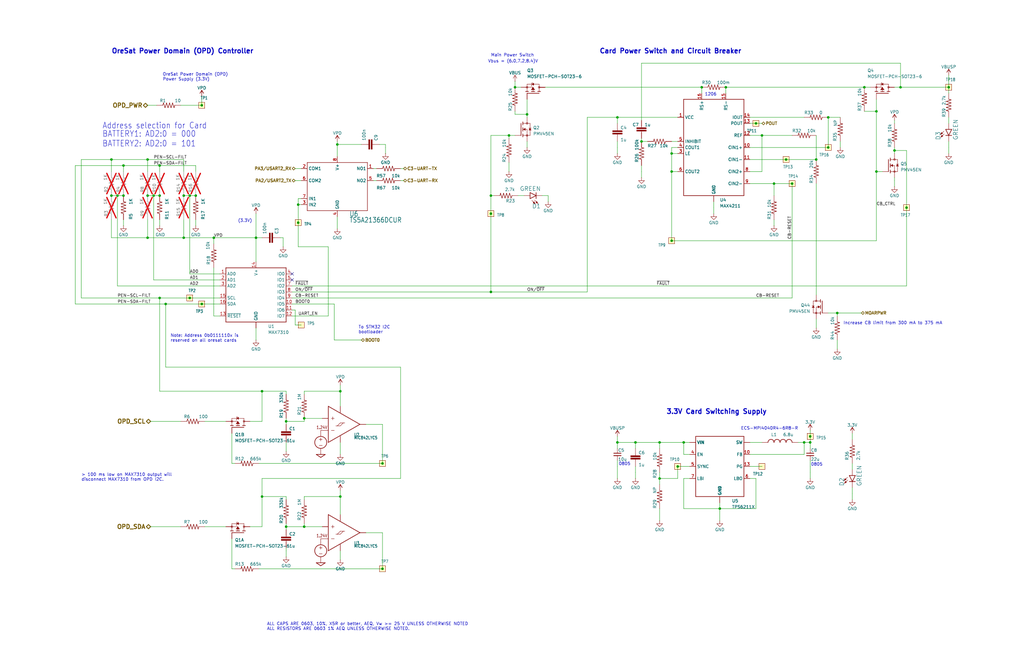
<source format=kicad_sch>
(kicad_sch (version 20250114) (generator "eeschema") (generator_version "9.0")
  (paper "B")
  (title_block (title "OreSat Battery Card") (date "2026-01-10") (rev "4.0") (company "Portland State Aerospace Society"))
  (text "Card Power Switch and Circuit Breaker" (at 252.73 22.86 0) (effects (font (size 2 2) (thickness 0.4) (bold yes)) (justify left bottom)))
  (text "0805" (at 341.884 196.85 0) (effects (font (size 1.27 1.27)) (justify left bottom)))
  (text "3.3V Card Switching Supply" (at 280.924 175.006 0) (effects (font (size 2 2) (thickness 0.4) (bold yes)) (justify left bottom)))
  (text "(3.3V)" (at 100.33 93.98 0) (effects (font (size 1.27 1.27)) (justify left bottom)))
  (text "OreSat Power Domain (OPD)\nPower Supply (3.3V)" (at 68.58 34.29 0) (effects (font (size 1.27 1.27)) (justify left bottom)))
  (text "Increase CB limit from 300 mA to 375 mA" (at 355.6 137.16 0) (effects (font (size 1.27 1.27)) (justify left bottom)))
  (text "Address selection for Card" (at 43.18 54.61 0) (effects (font (size 2.54 2.159)) (justify left bottom)))
  (text "Vbus = (6.0,7.2,8.4)V" (at 205.74 26.67 0) (effects (font (size 1.27 1.27)) (justify left bottom)))
  (text "0805" (at 260.858 196.596 0) (effects (font (size 1.27 1.27)) (justify left bottom)))
  (text "Note: Address 0b0111110x is\nreserved on all oresat cards" (at 71.882 144.526 0) (effects (font (size 1.27 1.27)) (justify left bottom)))
  (text "ALL CAPS ARE 0603, 10%, X5R or better, AEQ, Vw >= 25 V UNLESS OTHERWISE NOTED\nALL RESISTORS ARE 0603 1% AEQ UNLESS OTHERWISE NOTED." (at 112.522 266.192 0) (effects (font (size 1.27 1.27)) (justify left bottom)))
  (text "To STM32 I2C\nbootloader" (at 151.13 140.97 0) (effects (font (size 1.27 1.27)) (justify left bottom)))
  (text "> 100 ms low on MAX7310 output will\ndisconnect MAX7310 from OPD I2C." (at 34.29 203.2 0) (effects (font (size 1.27 1.27)) (justify left bottom)))
  (text "ECS-MPI4040R4-6R8-R" (at 312.42 181.61 0) (effects (font (size 1.27 1.27)) (justify left bottom)))
  (text "BATTERY1: AD2:0 = 000\nBATTERY2: AD2:0 = 101" (at 43.18 62.23 0) (effects (font (size 2.54 2.159)) (justify left bottom)))
  (text "Main Power Switch" (at 207.01 24.13 0) (effects (font (size 1.27 1.27)) (justify left bottom)))
  (text "OreSat Power Domain (OPD) Controller" (at 46.99 22.86 0) (effects (font (size 2 2) (thickness 0.4) (bold yes)) (justify left bottom)))
  (text "1206" (at 297.18 40.64 0) (effects (font (size 1.27 1.27)) (justify left bottom)))
  (junction (at 270.51 59.69))
  (junction (at 82.55 82.55))
  (junction (at 278.13 186.69))
  (junction (at 295.91 36.83))
  (junction (at 382.27 87.63))
  (junction (at 283.21 101.6))
  (junction (at 52.07 69.85))
  (junction (at 67.31 69.85))
  (junction (at 120.65 222.25))
  (junction (at 341.63 186.69))
  (junction (at 128.27 176.53))
  (junction (at 110.49 209.55))
  (junction (at 90.17 100.33))
  (junction (at 143.51 209.55))
  (junction (at 62.23 67.31))
  (junction (at 207.01 82.55))
  (junction (at 283.21 64.77))
  (junction (at 77.47 100.33))
  (junction (at 349.25 62.23))
  (junction (at 107.95 100.33))
  (junction (at 69.85 128.27))
  (junction (at 326.39 77.47))
  (junction (at 77.47 82.55))
  (junction (at 46.99 82.55))
  (junction (at 285.75 196.85))
  (junction (at 377.19 63.5))
  (junction (at 207.01 90.17))
  (junction (at 260.35 186.69))
  (junction (at 49.53 82.55))
  (junction (at 353.06 132.08))
  (junction (at 125.73 93.98))
  (junction (at 62.23 82.55))
  (junction (at 110.49 165.1))
  (junction (at 379.73 36.83))
  (junction (at 85.09 128.27))
  (junction (at 80.01 125.73))
  (junction (at 62.23 100.33))
  (junction (at 161.29 240.03))
  (junction (at 339.09 186.69))
  (junction (at 331.47 67.31))
  (junction (at 306.07 36.83))
  (junction (at 364.49 36.83))
  (junction (at 318.77 52.07))
  (junction (at 369.57 72.39))
  (junction (at 85.09 44.45))
  (junction (at 267.97 186.69))
  (junction (at 278.13 201.93))
  (junction (at 349.25 49.53))
  (junction (at 67.31 125.73))
  (junction (at 400.05 36.83))
  (junction (at 46.99 67.31))
  (junction (at 369.57 46.99))
  (junction (at 222.25 48.26))
  (junction (at 207.01 123.19))
  (junction (at 303.53 214.63))
  (junction (at 52.07 82.55))
  (junction (at 260.35 49.53))
  (junction (at 214.63 57.15))
  (junction (at 143.51 165.1))
  (junction (at 288.29 186.69))
  (junction (at 142.24 60.96))
  (junction (at 67.31 82.55))
  (junction (at 344.17 67.31))
  (junction (at 283.21 72.39))
  (junction (at 321.31 57.15))
  (junction (at 64.77 82.55))
  (junction (at 80.01 82.55))
  (junction (at 161.29 195.58))
  (junction (at 125.73 86.36))
  (junction (at 341.63 184.15))
  (junction (at 128.27 222.25))
  (junction (at 217.17 36.83))
  (junction (at 334.01 77.47))
  (junction (at 120.65 177.8))
  (no_connect (at 123.19 118.11))
  (no_connect (at 123.19 115.57))
  (wire (pts (xy 90.17 102.87) (xy 90.17 100.33)) (stroke (width 0.1524)))
  (wire (pts (xy 99.06 195.58) (xy 97.79 195.58)) (stroke (width 0.1524)))
  (wire (pts (xy 222.25 48.26) (xy 222.25 41.91)) (stroke (width 0.1524)))
  (wire (pts (xy 207.01 57.15) (xy 207.01 82.55)) (stroke (width 0.1524)))
  (wire (pts (xy 247.65 49.53) (xy 260.35 49.53)) (stroke (width 0.1524)))
  (wire (pts (xy 90.17 113.03) (xy 90.17 133.35)) (stroke (width 0.1524)))
  (wire (pts (xy 120.65 177.8) (xy 120.65 176.53)) (stroke (width 0.1524)))
  (wire (pts (xy 228.6 82.55) (xy 231.14 82.55)))
  (wire (pts (xy 120.65 210.82) (xy 120.65 209.55)) (stroke (width 0.1524)))
  (wire (pts (xy 120.65 165.1) (xy 110.49 165.1)) (stroke (width 0.1524)))
  (wire (pts (xy 34.29 125.73) (xy 67.31 125.73)) (stroke (width 0.1524)))
  (wire (pts (xy 260.35 62.23) (xy 260.35 59.69)) (stroke (width 0.1524)))
  (wire (pts (xy 120.65 222.25) (xy 128.27 222.25)) (stroke (width 0.1524)))
  (wire (pts (xy 339.09 186.69) (xy 336.55 186.69)) (stroke (width 0.1524)))
  (wire (pts (xy 168.91 76.2) (xy 170.18 76.2)) (stroke (width 0.1524)))
  (wire (pts (xy 34.29 67.31) (xy 46.99 67.31)) (stroke (width 0.1524)))
  (wire (pts (xy 107.95 100.33) (xy 110.49 100.33)) (stroke (width 0.1524)))
  (wire (pts (xy 92.71 118.11) (xy 64.77 118.11)) (stroke (width 0.1524)))
  (wire (pts (xy 260.35 194.31) (xy 260.35 196.85)))
  (wire (pts (xy 344.17 67.31) (xy 344.17 57.15)) (stroke (width 0.1524)))
  (wire (pts (xy 278.13 186.69) (xy 267.97 186.69)) (stroke (width 0.1524)))
  (wire (pts (xy 400.05 59.69) (xy 400.05 62.23)) (stroke (width 0.1524)))
  (wire (pts (xy 143.51 165.1) (xy 128.27 165.1)) (stroke (width 0.1524)))
  (wire (pts (xy 128.27 176.53) (xy 128.27 177.8)) (stroke (width 0.1524)))
  (wire (pts (xy 334.01 125.73) (xy 334.01 77.47)) (stroke (width 0.1524)))
  (wire (pts (xy 162.56 60.96) (xy 162.56 62.23)) (stroke (width 0.1524)))
  (wire (pts (xy 247.65 123.19) (xy 247.65 49.53)) (stroke (width 0.1524)))
  (wire (pts (xy 341.63 199.39) (xy 341.63 201.93)))
  (wire (pts (xy 120.65 209.55) (xy 110.49 209.55)) (stroke (width 0.1524)))
  (wire (pts (xy 110.49 209.55) (xy 110.49 222.25)) (stroke (width 0.1524)))
  (wire (pts (xy 379.73 36.83) (xy 400.05 36.83)) (stroke (width 0.1524)))
  (wire (pts (xy 283.21 64.77) (xy 283.21 72.39)) (stroke (width 0.1524)))
  (wire (pts (xy 168.91 71.12) (xy 170.18 71.12)) (stroke (width 0.1524)))
  (wire (pts (xy 142.24 60.96) (xy 142.24 66.04)) (stroke (width 0.1524)))
  (wire (pts (xy 270.51 50.8) (xy 270.51 26.67)) (stroke (width 0.1524)))
  (wire (pts (xy 67.31 125.73) (xy 80.01 125.73)) (stroke (width 0.1524)))
  (wire (pts (xy 300.99 87.63) (xy 300.99 85.09)) (stroke (width 0.1524)))
  (wire (pts (xy 49.53 82.55) (xy 46.99 82.55)) (stroke (width 0.1524)))
  (wire (pts (xy 120.65 166.37) (xy 120.65 165.1)) (stroke (width 0.1524)))
  (wire (pts (xy 76.2 222.25) (xy 63.5 222.25)) (stroke (width 0.1524)))
  (wire (pts (xy 143.51 209.55) (xy 143.51 207.01)) (stroke (width 0.1524)))
  (wire (pts (xy 99.06 240.03) (xy 97.79 240.03)) (stroke (width 0.1524)))
  (wire (pts (xy 341.63 194.31) (xy 341.63 196.85)))
  (wire (pts (xy 97.79 227.33) (xy 97.79 240.03)) (stroke (width 0.1524)))
  (wire (pts (xy 300.99 87.63) (xy 300.99 90.17)))
  (wire (pts (xy 34.29 125.73) (xy 34.29 67.31)) (stroke (width 0.1524)))
  (wire (pts (xy 316.23 196.85) (xy 321.31 196.85)) (stroke (width 0.1524)))
  (wire (pts (xy 318.77 201.93) (xy 318.77 214.63)) (stroke (width 0.1524)))
  (wire (pts (xy 341.63 181.61) (xy 341.63 184.15)) (stroke (width 0.1524)))
  (wire (pts (xy 288.29 186.69) (xy 278.13 186.69)) (stroke (width 0.1524)))
  (wire (pts (xy 80.01 115.57) (xy 80.01 82.55)) (stroke (width 0.1524)))
  (wire (pts (xy 260.35 189.23) (xy 260.35 186.69)) (stroke (width 0.1524)))
  (wire (pts (xy 270.51 26.67) (xy 379.73 26.67)) (stroke (width 0.1524)))
  (wire (pts (xy 110.49 177.8) (xy 105.41 177.8)) (stroke (width 0.1524)))
  (wire (pts (xy 353.06 133.35) (xy 353.06 132.08)) (stroke (width 0.1524)))
  (wire (pts (xy 92.71 120.65) (xy 49.53 120.65)) (stroke (width 0.1524)))
  (wire (pts (xy 214.63 68.58) (xy 214.63 72.39)) (stroke (width 0.1524)))
  (wire (pts (xy 143.51 171.45) (xy 143.51 165.1)) (stroke (width 0.1524)))
  (wire (pts (xy 49.53 120.65) (xy 49.53 82.55)) (stroke (width 0.1524)))
  (wire (pts (xy 382.27 63.5) (xy 382.27 87.63)) (stroke (width 0.1524)))
  (wire (pts (xy 140.97 143.51) (xy 152.4 143.51)) (stroke (width 0.1524)))
  (wire (pts (xy 217.17 36.83) (xy 219.71 36.83)) (stroke (width 0.1524)))
  (wire (pts (xy 85.09 128.27) (xy 69.85 128.27)) (stroke (width 0.1524)))
  (wire (pts (xy 138.43 104.14) (xy 125.73 104.14)) (stroke (width 0.1524)))
  (wire (pts (xy 359.41 182.88) (xy 359.41 185.42)) (stroke (width 0.1524)))
  (wire (pts (xy 66.04 44.45) (xy 62.23 44.45)) (stroke (width 0.1524)))
  (wire (pts (xy 92.71 128.27) (xy 85.09 128.27)) (stroke (width 0.1524)))
  (wire (pts (xy 377.19 76.2) (xy 377.19 78.74)))
  (wire (pts (xy 77.47 100.33) (xy 90.17 100.33)) (stroke (width 0.1524)))
  (wire (pts (xy 76.2 44.45) (xy 85.09 44.45)) (stroke (width 0.1524)))
  (wire (pts (xy 295.91 36.83) (xy 295.91 39.37)) (stroke (width 0.1524)))
  (wire (pts (xy 31.75 128.27) (xy 31.75 69.85)) (stroke (width 0.1524)))
  (wire (pts (xy 62.23 100.33) (xy 62.23 92.71)) (stroke (width 0.1524)))
  (wire (pts (xy 80.01 125.73) (xy 92.71 125.73)) (stroke (width 0.1524)))
  (wire (pts (xy 217.17 34.29) (xy 217.17 36.83)) (stroke (width 0.1524)))
  (wire (pts (xy 95.25 177.8) (xy 86.36 177.8)) (stroke (width 0.1524)))
  (wire (pts (xy 82.55 69.85) (xy 82.55 72.39)) (stroke (width 0.1524)))
  (wire (pts (xy 285.75 196.85) (xy 290.83 196.85)) (stroke (width 0.1524)))
  (wire (pts (xy 400.05 62.23) (xy 400.05 64.77)))
  (wire (pts (xy 46.99 100.33) (xy 46.99 92.71)) (stroke (width 0.1524)))
  (wire (pts (xy 207.01 82.55) (xy 207.01 90.17)) (stroke (width 0.1524)))
  (wire (pts (xy 64.77 82.55) (xy 62.23 82.55)) (stroke (width 0.1524)))
  (wire (pts (xy 214.63 58.42) (xy 214.63 57.15)) (stroke (width 0.1524)))
  (wire (pts (xy 123.19 133.35) (xy 138.43 133.35)) (stroke (width 0.1524)))
  (wire (pts (xy 109.22 195.58) (xy 161.29 195.58)) (stroke (width 0.1524)))
  (wire (pts (xy 377.19 63.5) (xy 382.27 63.5)) (stroke (width 0.1524)))
  (wire (pts (xy 125.73 83.82) (xy 127 83.82)) (stroke (width 0.1524)))
  (wire (pts (xy 288.29 191.77) (xy 290.83 191.77)) (stroke (width 0.1524)))
  (wire (pts (xy 120.65 222.25) (xy 120.65 223.52)) (stroke (width 0.1524)))
  (wire (pts (xy 161.29 240.03) (xy 109.22 240.03)) (stroke (width 0.1524)))
  (wire (pts (xy 267.97 199.39) (xy 267.97 196.85)) (stroke (width 0.1524)))
  (wire (pts (xy 120.65 232.41) (xy 120.65 231.14)) (stroke (width 0.1524)))
  (wire (pts (xy 154.305 179.07) (xy 161.29 179.07)) (stroke (width 0.1524)))
  (wire (pts (xy 125.73 86.36) (xy 125.73 83.82)) (stroke (width 0.1524)))
  (wire (pts (xy 80.01 82.55) (xy 77.47 82.55)) (stroke (width 0.1524)))
  (wire (pts (xy 369.57 101.6) (xy 283.21 101.6)) (stroke (width 0.1524)))
  (wire (pts (xy 316.23 186.69) (xy 321.31 186.69)) (stroke (width 0.1524)))
  (wire (pts (xy 341.63 189.23) (xy 341.63 186.69)) (stroke (width 0.1524)))
  (wire (pts (xy 260.35 186.69) (xy 267.97 186.69)) (stroke (width 0.1524)))
  (wire (pts (xy 283.21 64.77) (xy 285.75 64.77)) (stroke (width 0.1524)))
  (wire (pts (xy 318.77 52.07) (xy 321.31 52.07)) (stroke (width 0.1524)))
  (wire (pts (xy 161.29 224.79) (xy 161.29 240.03)) (stroke (width 0.1524)))
  (wire (pts (xy 369.57 46.99) (xy 369.57 41.91)) (stroke (width 0.1524)))
  (wire (pts (xy 341.63 199.39) (xy 341.63 196.85)) (stroke (width 0.1524)))
  (wire (pts (xy 143.51 209.55) (xy 143.51 217.17)) (stroke (width 0.1524)))
  (wire (pts (xy 107.95 110.49) (xy 107.95 100.33)) (stroke (width 0.1524)))
  (wire (pts (xy 288.29 214.63) (xy 303.53 214.63)) (stroke (width 0.1524)))
  (wire (pts (xy 341.63 186.69) (xy 341.63 184.15)) (stroke (width 0.1524)))
  (wire (pts (xy 214.63 57.15) (xy 217.17 57.15)) (stroke (width 0.1524)))
  (wire (pts (xy 77.47 100.33) (xy 77.47 92.71)) (stroke (width 0.1524)))
  (wire (pts (xy 124.46 137.16) (xy 124.46 130.81)) (stroke (width 0.1524)))
  (wire (pts (xy 278.13 201.93) (xy 278.13 199.39)) (stroke (width 0.1524)))
  (wire (pts (xy 339.09 191.77) (xy 339.09 186.69)) (stroke (width 0.1524)))
  (wire (pts (xy 110.49 222.25) (xy 105.41 222.25)) (stroke (width 0.1524)))
  (wire (pts (xy 400.05 49.53) (xy 400.05 52.07)) (stroke (width 0.1524)))
  (wire (pts (xy 123.19 125.73) (xy 334.01 125.73)) (stroke (width 0.1524)))
  (wire (pts (xy 359.41 195.58) (xy 359.41 198.12)) (stroke (width 0.1524)))
  (wire (pts (xy 154.305 224.79) (xy 161.29 224.79)) (stroke (width 0.1524)))
  (wire (pts (xy 69.85 128.27) (xy 31.75 128.27)) (stroke (width 0.1524)))
  (wire (pts (xy 125.73 93.98) (xy 125.73 104.14)) (stroke (width 0.1524)))
  (wire (pts (xy 270.51 72.39) (xy 270.51 74.93)))
  (wire (pts (xy 90.17 100.33) (xy 107.95 100.33)) (stroke (width 0.1524)))
  (wire (pts (xy 377.19 74.93) (xy 377.19 76.2)) (stroke (width 0.1524)))
  (wire (pts (xy 62.23 67.31) (xy 77.47 67.31)) (stroke (width 0.1524)))
  (wire (pts (xy 316.23 191.77) (xy 339.09 191.77)) (stroke (width 0.1524)))
  (wire (pts (xy 110.49 209.55) (xy 110.49 201.93)) (stroke (width 0.1524)))
  (wire (pts (xy 120.65 232.41) (xy 120.65 234.95)))
  (wire (pts (xy 120.65 186.69) (xy 120.65 190.5)) (stroke (width 0.1524)))
  (wire (pts (xy 125.73 86.36) (xy 125.73 93.98)) (stroke (width 0.1524)))
  (wire (pts (xy 67.31 165.1) (xy 67.31 125.73)) (stroke (width 0.1524)))
  (wire (pts (xy 344.17 124.46) (xy 344.17 77.47)) (stroke (width 0.1524)))
  (wire (pts (xy 52.07 92.71) (xy 52.07 95.25)))
  (wire (pts (xy 76.2 177.8) (xy 63.5 177.8)) (stroke (width 0.1524)))
  (wire (pts (xy 67.31 72.39) (xy 67.31 69.85)) (stroke (width 0.1524)))
  (wire (pts (xy 107.95 138.43) (xy 107.95 143.51)) (stroke (width 0.1524)))
  (wire (pts (xy 349.25 62.23) (xy 349.25 49.53)) (stroke (width 0.1524)))
  (wire (pts (xy 128.27 210.82) (xy 128.27 209.55)) (stroke (width 0.1524)))
  (wire (pts (xy 143.51 186.69) (xy 143.51 191.77)) (stroke (width 0.1524)))
  (wire (pts (xy 316.23 52.07) (xy 318.77 52.07)) (stroke (width 0.1524)))
  (wire (pts (xy 77.47 72.39) (xy 77.47 67.31)) (stroke (width 0.1524)))
  (wire (pts (xy 162.56 62.23) (xy 162.56 64.77)))
  (wire (pts (xy 285.75 62.23) (xy 283.21 62.23)) (stroke (width 0.1524)))
  (wire (pts (xy 157.48 71.12) (xy 158.75 71.12)) (stroke (width 0.1524)))
  (wire (pts (xy 142.24 60.96) (xy 152.4 60.96)) (stroke (width 0.1524)))
  (wire (pts (xy 349.25 49.53) (xy 354.33 49.53)) (stroke (width 0.1524)))
  (wire (pts (xy 214.63 57.15) (xy 207.01 57.15)) (stroke (width 0.1524)))
  (wire (pts (xy 138.43 133.35) (xy 138.43 104.14)) (stroke (width 0.1524)))
  (wire (pts (xy 400.05 36.83) (xy 400.05 39.37)) (stroke (width 0.1524)))
  (wire (pts (xy 270.51 58.42) (xy 270.51 59.69)) (stroke (width 0.1524)))
  (wire (pts (xy 110.49 201.93) (xy 168.91 201.93)) (stroke (width 0.1524)))
  (wire (pts (xy 107.95 100.33) (xy 107.95 90.17)) (stroke (width 0.1524)))
  (wire (pts (xy 46.99 72.39) (xy 46.99 67.31)) (stroke (width 0.1524)))
  (wire (pts (xy 354.33 59.69) (xy 354.33 62.23)))
  (wire (pts (xy 306.07 39.37) (xy 306.07 36.83)) (stroke (width 0.1524)))
  (wire (pts (xy 119.38 100.33) (xy 119.38 104.14)) (stroke (width 0.1524)))
  (wire (pts (xy 123.19 128.27) (xy 140.97 128.27)) (stroke (width 0.1524)))
  (wire (pts (xy 46.99 67.31) (xy 62.23 67.31)) (stroke (width 0.1524)))
  (wire (pts (xy 92.71 115.57) (xy 80.01 115.57)) (stroke (width 0.1524)))
  (wire (pts (xy 95.25 222.25) (xy 86.36 222.25)) (stroke (width 0.1524)))
  (wire (pts (xy 52.07 69.85) (xy 67.31 69.85)) (stroke (width 0.1524)))
  (wire (pts (xy 321.31 72.39) (xy 321.31 57.15)) (stroke (width 0.1524)))
  (wire (pts (xy 140.97 128.27) (xy 140.97 143.51)) (stroke (width 0.1524)))
  (wire (pts (xy 168.91 201.93) (xy 168.91 154.94)) (stroke (width 0.1524)))
  (wire (pts (xy 267.97 189.23) (xy 267.97 186.69)) (stroke (width 0.1524)))
  (wire (pts (xy 31.75 69.85) (xy 52.07 69.85)) (stroke (width 0.1524)))
  (wire (pts (xy 124.46 130.81) (xy 123.19 130.81)) (stroke (width 0.1524)))
  (wire (pts (xy 285.75 59.69) (xy 283.21 59.69)) (stroke (width 0.1524)))
  (wire (pts (xy 85.09 44.45) (xy 85.09 40.64)) (stroke (width 0.1524)))
  (wire (pts (xy 283.21 62.23) (xy 283.21 64.77)) (stroke (width 0.1524)))
  (wire (pts (xy 260.35 49.53) (xy 285.75 49.53)) (stroke (width 0.1524)))
  (wire (pts (xy 222.25 59.69) (xy 222.25 62.23)))
  (wire (pts (xy 82.55 92.71) (xy 82.55 95.25)))
  (wire (pts (xy 283.21 72.39) (xy 285.75 72.39)) (stroke (width 0.1524)))
  (wire (pts (xy 372.11 72.39) (xy 369.57 72.39)) (stroke (width 0.1524)))
  (wire (pts (xy 231.14 82.55) (xy 231.14 85.09)))
  (wire (pts (xy 143.51 165.1) (xy 143.51 162.56)) (stroke (width 0.1524)))
  (wire (pts (xy 353.06 132.08) (xy 349.25 132.08)) (stroke (width 0.1524)))
  (wire (pts (xy 359.41 208.28) (xy 359.41 210.82)))
  (wire (pts (xy 62.23 72.39) (xy 62.23 67.31)) (stroke (width 0.1524)))
  (wire (pts (xy 128.27 176.53) (xy 135.89 176.53)) (stroke (width 0.1524)))
  (wire (pts (xy 110.49 165.1) (xy 110.49 177.8)) (stroke (width 0.1524)))
  (wire (pts (xy 207.01 90.17) (xy 207.01 123.19)) (stroke (width 0.1524)))
  (wire (pts (xy 316.23 49.53) (xy 339.09 49.53)) (stroke (width 0.1524)))
  (wire (pts (xy 285.75 201.93) (xy 278.13 201.93)) (stroke (width 0.1524)))
  (wire (pts (xy 161.29 179.07) (xy 161.29 195.58)) (stroke (width 0.1524)))
  (wire (pts (xy 120.65 222.25) (xy 120.65 220.98)) (stroke (width 0.1524)))
  (wire (pts (xy 260.35 196.85) (xy 260.35 201.93)) (stroke (width 0.1524)))
  (wire (pts (xy 46.99 100.33) (xy 62.23 100.33)) (stroke (width 0.1524)))
  (wire (pts (xy 316.23 201.93) (xy 318.77 201.93)) (stroke (width 0.1524)))
  (wire (pts (xy 120.65 179.07) (xy 120.65 177.8)) (stroke (width 0.1524)))
  (wire (pts (xy 142.24 91.44) (xy 142.24 96.52)) (stroke (width 0.1524)))
  (wire (pts (xy 379.73 26.67) (xy 379.73 36.83)) (stroke (width 0.1524)))
  (wire (pts (xy 303.53 214.63) (xy 303.53 219.71)) (stroke (width 0.1524)))
  (wire (pts (xy 270.51 72.39) (xy 270.51 69.85)) (stroke (width 0.1524)))
  (wire (pts (xy 316.23 72.39) (xy 321.31 72.39)) (stroke (width 0.1524)))
  (wire (pts (xy 110.49 165.1) (xy 67.31 165.1)) (stroke (width 0.1524)))
  (wire (pts (xy 382.27 87.63) (xy 382.27 120.65)) (stroke (width 0.1524)))
  (wire (pts (xy 278.13 204.47) (xy 278.13 201.93)) (stroke (width 0.1524)))
  (wire (pts (xy 267.97 199.39) (xy 267.97 201.93)))
  (wire (pts (xy 67.31 82.55) (xy 64.77 82.55)) (stroke (width 0.1524)))
  (wire (pts (xy 124.46 137.16) (xy 127 137.16)) (stroke (width 0.1524)))
  (wire (pts (xy 321.31 57.15) (xy 334.01 57.15)) (stroke (width 0.1524)))
  (wire (pts (xy 283.21 101.6) (xy 283.21 72.39)) (stroke (width 0.1524)))
  (wire (pts (xy 339.09 186.69) (xy 341.63 186.69)) (stroke (width 0.1524)))
  (wire (pts (xy 288.29 201.93) (xy 288.29 214.63)) (stroke (width 0.1524)))
  (wire (pts (xy 369.57 72.39) (xy 369.57 101.6)) (stroke (width 0.1524)))
  (wire (pts (xy 331.47 67.31) (xy 344.17 67.31)) (stroke (width 0.1524)))
  (wire (pts (xy 326.39 92.71) (xy 326.39 95.25)))
  (wire (pts (xy 369.57 46.99) (xy 369.57 72.39)) (stroke (width 0.1524)))
  (wire (pts (xy 127 86.36) (xy 125.73 86.36)) (stroke (width 0.1524)))
  (wire (pts (xy 128.27 222.25) (xy 135.89 222.25)) (stroke (width 0.1524)))
  (wire (pts (xy 118.11 100.33) (xy 119.38 100.33)) (stroke (width 0.1524)))
  (wire (pts (xy 359.41 205.74) (xy 359.41 208.28)) (stroke (width 0.1524)))
  (wire (pts (xy 344.17 134.62) (xy 344.17 138.43)) (stroke (width 0.1524)))
  (wire (pts (xy 120.65 177.8) (xy 128.27 177.8)) (stroke (width 0.1524)))
  (wire (pts (xy 316.23 62.23) (xy 349.25 62.23)) (stroke (width 0.1524)))
  (wire (pts (xy 127 76.2) (xy 124.46 76.2)) (stroke (width 0.1524)))
  (wire (pts (xy 326.39 82.55) (xy 326.39 77.47)) (stroke (width 0.1524)))
  (wire (pts (xy 143.51 232.41) (xy 143.51 236.22)) (stroke (width 0.1524)))
  (wire (pts (xy 288.29 191.77) (xy 288.29 186.69)) (stroke (width 0.1524)))
  (wire (pts (xy 260.35 52.07) (xy 260.35 49.53)) (stroke (width 0.1524)))
  (wire (pts (xy 278.13 214.63) (xy 278.13 219.71)) (stroke (width 0.1524)))
  (wire (pts (xy 52.07 72.39) (xy 52.07 69.85)) (stroke (width 0.1524)))
  (wire (pts (xy 306.07 36.83) (xy 364.49 36.83)) (stroke (width 0.1524)))
  (wire (pts (xy 377.19 63.5) (xy 377.19 64.77)) (stroke (width 0.1524)))
  (wire (pts (xy 222.25 49.53) (xy 222.25 48.26)) (stroke (width 0.1524)))
  (wire (pts (xy 288.29 201.93) (xy 290.83 201.93)) (stroke (width 0.1524)))
  (wire (pts (xy 217.17 46.99) (xy 217.17 48.26)) (stroke (width 0.1524)))
  (wire (pts (xy 382.27 120.65) (xy 123.19 120.65)) (stroke (width 0.1524)))
  (wire (pts (xy 82.55 82.55) (xy 80.01 82.55)) (stroke (width 0.1524)))
  (wire (pts (xy 353.06 143.51) (xy 353.06 147.32)) (stroke (width 0.1524)))
  (wire (pts (xy 364.49 36.83) (xy 367.03 36.83)) (stroke (width 0.1524)))
  (wire (pts (xy 353.06 132.08) (xy 363.22 132.08)) (stroke (width 0.1524)))
  (wire (pts (xy 285.75 196.85) (xy 285.75 201.93)) (stroke (width 0.1524)))
  (wire (pts (xy 69.85 154.94) (xy 69.85 128.27)) (stroke (width 0.1524)))
  (wire (pts (xy 208.28 82.55) (xy 207.01 82.55)) (stroke (width 0.1524)))
  (wire (pts (xy 142.24 59.69) (xy 142.24 60.96)) (stroke (width 0.1524)))
  (wire (pts (xy 123.19 123.19) (xy 207.01 123.19)) (stroke (width 0.1524)))
  (wire (pts (xy 377.19 62.23) (xy 377.19 63.5)) (stroke (width 0.1524)))
  (wire (pts (xy 217.17 48.26) (xy 222.25 48.26)) (stroke (width 0.1524)))
  (wire (pts (xy 92.71 133.35) (xy 90.17 133.35)) (stroke (width 0.1524)))
  (wire (pts (xy 207.01 123.19) (xy 247.65 123.19)) (stroke (width 0.1524)))
  (wire (pts (xy 97.79 195.58) (xy 97.79 182.88)) (stroke (width 0.1524)))
  (wire (pts (xy 260.35 186.69) (xy 260.35 184.15)) (stroke (width 0.1524)))
  (wire (pts (xy 52.07 82.55) (xy 49.53 82.55)) (stroke (width 0.1524)))
  (wire (pts (xy 168.91 154.94) (xy 69.85 154.94)) (stroke (width 0.1524)))
  (wire (pts (xy 377.19 36.83) (xy 379.73 36.83)) (stroke (width 0.1524)))
  (wire (pts (xy 160.02 60.96) (xy 162.56 60.96)) (stroke (width 0.1524)))
  (wire (pts (xy 127 71.12) (xy 124.46 71.12)) (stroke (width 0.1524)))
  (wire (pts (xy 270.51 59.69) (xy 273.05 59.69)) (stroke (width 0.1524)))
  (wire (pts (xy 377.19 50.8) (xy 377.19 52.07)) (stroke (width 0.1524)))
  (wire (pts (xy 290.83 186.69) (xy 288.29 186.69)) (stroke (width 0.1524)))
  (wire (pts (xy 260.35 62.23) (xy 260.35 64.77)))
  (wire (pts (xy 334.01 77.47) (xy 326.39 77.47)) (stroke (width 0.1524)))
  (wire (pts (xy 67.31 69.85) (xy 82.55 69.85)) (stroke (width 0.1524)))
  (wire (pts (xy 400.05 31.75) (xy 400.05 36.83)) (stroke (width 0.1524)))
  (wire (pts (xy 64.77 118.11) (xy 64.77 82.55)) (stroke (width 0.1524)))
  (wire (pts (xy 331.47 67.31) (xy 316.23 67.31)) (stroke (width 0.1524)))
  (wire (pts (xy 157.48 76.2) (xy 158.75 76.2)) (stroke (width 0.1524)))
  (wire (pts (xy 229.87 36.83) (xy 295.91 36.83)) (stroke (width 0.1524)))
  (wire (pts (xy 303.53 214.63) (xy 303.53 212.09)) (stroke (width 0.1524)))
  (wire (pts (xy 278.13 189.23) (xy 278.13 186.69)) (stroke (width 0.1524)))
  (wire (pts (xy 62.23 100.33) (xy 77.47 100.33)) (stroke (width 0.1524)))
  (wire (pts (xy 67.31 92.71) (xy 67.31 95.25)))
  (wire (pts (xy 318.77 214.63) (xy 303.53 214.63)) (stroke (width 0.1524)))
  (wire (pts (xy 143.51 209.55) (xy 128.27 209.55)) (stroke (width 0.1524)))
  (wire (pts (xy 364.49 46.99) (xy 369.57 46.99)) (stroke (width 0.1524)))
  (wire (pts (xy 316.23 57.15) (xy 321.31 57.15)) (stroke (width 0.1524)))
  (wire (pts (xy 128.27 220.98) (xy 128.27 222.25)) (stroke (width 0.1524)))
  (wire (pts (xy 218.44 82.55) (xy 220.98 82.55)) (stroke (width 0.1524)))
  (wire (pts (xy 326.39 77.47) (xy 316.23 77.47)) (stroke (width 0.1524)))
  (wire (pts (xy 128.27 166.37) (xy 128.27 165.1)) (stroke (width 0.1524)))
  (label "CB-RESET" (at 334.01 100.965 90) (effects (font (size 1.2446 1.2446))))
  (label "ON/~{OFF}" (at 124.46 123.19 0) (effects (font (size 1.2446 1.2446))))
  (label "PEN-SCL-FILT" (at 64.77 67.31 0) (effects (font (size 1.2446 1.2446))))
  (label "AD1" (at 80.01 118.11 0) (effects (font (size 1.2446 1.2446))))
  (label "VPD" (at 90.17 100.33 0) (effects (font (size 1.2446 1.2446))))
  (label "CB-RESET" (at 318.77 125.73 0) (effects (font (size 1.2446 1.2446))))
  (label "PEN-SCL-FILT" (at 49.53 125.73 0) (effects (font (size 1.2446 1.2446))))
  (label "BOOT0" (at 124.46 128.27 0))
  (label "AD0" (at 80.01 115.57 0) (effects (font (size 1.2446 1.2446))))
  (label "ON/~{OFF}" (at 222.25 123.19 0) (effects (font (size 1.2446 1.2446))))
  (label "AD2" (at 80.01 120.65 0) (effects (font (size 1.2446 1.2446))))
  (label "UART_EN" (at 125.73 133.35 0))
  (label "CB-RESET" (at 124.46 125.73 0) (effects (font (size 1.2446 1.2446))))
  (label "~{FAULT}" (at 276.86 120.65 0) (effects (font (size 1.2446 1.2446))))
  (label "~{FAULT}" (at 124.46 120.65 0) (effects (font (size 1.2446 1.2446))))
  (label "PEN-SDA-FILT" (at 64.77 69.85 0) (effects (font (size 1.2446 1.2446))))
  (label "CB_CTRL" (at 369.57 86.995 0) (effects (font (size 1.2446 1.2446))))
  (label "PEN-SDA-FILT" (at 49.53 128.27 0) (effects (font (size 1.2446 1.2446))))
  (hierarchical_label "PA2{slash}USART2_TX" (shape bidirectional) (at 124.46 76.2 180) (effects (font (thickness 0.254) (bold yes))))
  (hierarchical_label "BOOT0" (shape bidirectional) (at 152.4 143.51 0) (effects (font (thickness 0.254) (bold yes))))
  (hierarchical_label "MOARPWR" (shape bidirectional) (at 363.22 132.08 0) (effects (font (size 1.2446 1.2446) (thickness 0.2489) (bold yes))))
  (hierarchical_label "OPD_SDA" (shape bidirectional) (at 63.5 222.25 180) (effects (font (size 1.778 1.778) (thickness 0.3556) (bold yes))))
  (hierarchical_label "POUT" (shape bidirectional) (at 321.31 52.07 0) (effects (font (size 1.2446 1.2446) (thickness 0.2489) (bold yes))))
  (hierarchical_label "C3-UART-RX" (shape bidirectional) (at 170.18 76.2 0) (effects (font (thickness 0.254) (bold yes))))
  (hierarchical_label "PA3{slash}USART2_RX" (shape bidirectional) (at 124.46 71.12 180) (effects (font (thickness 0.254) (bold yes))))
  (hierarchical_label "OPD_PWR" (shape bidirectional) (at 62.23 44.45 180) (effects (font (size 1.778 1.778) (thickness 0.3556) (bold yes))))
  (hierarchical_label "OPD_SCL" (shape bidirectional) (at 63.5 177.8 180) (effects (font (size 1.778 1.778) (thickness 0.3556) (bold yes))))
  (hierarchical_label "C3-UART-TX" (shape bidirectional) (at 170.18 71.12 0) (effects (font (thickness 0.254) (bold yes))))
  (symbol (lib_id "oresat-batteries-eagle-import:R-US_0603-C-NOSILK") (at 62.23 77.47 270) (unit 1) (dnp yes)
    (property "Reference" "R8" (at 60.7314 81.28 0) (effects (justify right top)))
    (property "Value" "1K" (at 60.452 76.2 0) (effects (justify right top)))
    (property "Footprint" "oresat-batteries:.0603-C-NOSILK" (effects (hide yes)))
    (property "DIS" "Digi-Key" (effects (hide yes)))
    (property "DPN" "311-665KHRCT-ND" (effects (hide yes)))
    (property "MFR" "Yageo" (effects (hide yes)))
    (property "MPN" "RC0603FR-07665KL" (effects (hide yes)))
  )
  (symbol (lib_id "oresat-batteries-eagle-import:Q-MOSFET-PCH-dual-SOT23-6_MOSFET-PCH-SOT23-6") (at 100.33 224.79 90) (unit 1)
    (property "Reference" "Q1" (at 99.06 228.6 90) (effects (justify right top)))
    (property "Value" "MOSFET-PCH-SOT23-6" (at 99.06 231.14 90) (effects (justify right top)))
    (property "Footprint" "oresat-batteries:SOT23-6" (effects (hide yes)))
    (property "DIS" "Digi-Key" (effects (hide yes)))
    (property "DPN" "GRM21BR61A226ME51L " (effects (hide yes)))
    (property "MFR" "Diodes Inc" (effects (hide yes)))
    (property "MPN" "DMP2240UDM" (effects (hide yes)))
  )
  (symbol (lib_id "oresat-batteries-eagle-import:LED-GREEN0603") (at 400.05 54.61 0) (unit 1)
    (property "Reference" "D3" (at 396.621 59.182 90) (effects (font (size 1.778 1.778)) (justify left bottom)))
    (property "Value" "GREEN" (at 401.955 59.182 90) (effects (font (size 1.778 1.778)) (justify left top)))
    (property "Footprint" "oresat-batteries:LED-0603" (effects (hide yes)))
    (property "DIS" "Digi-Key" (effects (hide yes)))
    (property "DPN" "511-1584-1-ND" (effects (hide yes)))
    (property "MFR" "Rohm" (effects (hide yes)))
    (property "MPN" "SML-E12M8WT86" (effects (hide yes)))
  )
  (symbol (lib_id "power:GND") (at 120.65 190.5 0) (unit 1)
    (property "Reference" "#PWR7" (effects (hide yes)))
    (property "Value" "GND" (at 120.65 194.31 0))
    (property "Description" "Power symbol creates a global label with name \"GND\" , ground" (effects (hide yes)))
  )
  (symbol (lib_id "oresat-batteries-eagle-import:R-US_0603-C-NOSILK") (at 344.17 72.39 90) (unit 1)
    (property "Reference" "R34" (at 342.9 77.47 0) (effects (justify left bottom)))
    (property "Value" "20k" (at 342.9 71.12 0) (effects (justify left bottom)))
    (property "Footprint" "oresat-batteries:.0603-C-NOSILK" (effects (hide yes)))
    (property "DIS" "Digi-Key" (effects (hide yes)))
    (property "DPN" "RR08P20.0KDCT-ND" (effects (hide yes)))
    (property "MFR" "Samsung" (effects (hide yes)))
    (property "MPN" "RR0816P-203-D" (effects (hide yes)))
  )
  (symbol (lib_id "oresat-batteries-eagle-import:R-US_0603-C-NOSILK") (at 77.47 77.47 270) (unit 1) (dnp yes)
    (property "Reference" "R14" (at 75.9714 81.28 0) (effects (justify right top)))
    (property "Value" "1K" (at 75.692 76.2 0) (effects (justify right top)))
    (property "Footprint" "oresat-batteries:.0603-C-NOSILK" (effects (hide yes)))
    (property "DIS" "Digi-Key" (effects (hide yes)))
    (property "DPN" "311-665KHRCT-ND" (effects (hide yes)))
    (property "MFR" "Yageo" (effects (hide yes)))
    (property "MPN" "RC0603FR-07665KL" (effects (hide yes)))
  )
  (symbol (lib_id "oresat-batteries-eagle-import:R-US_0603-C-NOSILK") (at 82.55 77.47 90) (unit 1) (dnp yes)
    (property "Reference" "R16" (at 81.0514 81.28 0) (effects (justify left bottom)))
    (property "Value" "1K" (at 80.772 76.2 0) (effects (justify left bottom)))
    (property "Footprint" "oresat-batteries:.0603-C-NOSILK" (effects (hide yes)))
    (property "DIS" "Digi-Key" (effects (hide yes)))
    (property "DPN" "311-665KHRCT-ND" (effects (hide yes)))
    (property "MFR" "Yageo" (effects (hide yes)))
    (property "MPN" "RC0603FR-07665KL" (effects (hide yes)))
  )
  (symbol (lib_id "oresat-batteries-eagle-import:VPD") (at 143.51 162.56 0) (unit 1)
    (property "Reference" "#VPD03" (effects (hide yes)))
    (property "Value" "VPD" (at 143.51 159.766 0) (effects (justify bottom)))
  )
  (symbol (lib_id "oresat-batteries-eagle-import:L-ECS-MPI4040") (at 328.93 186.69 90) (unit 1)
    (property "Reference" "L1" (at 325.12 184.15 90) (effects (justify right top)))
    (property "Value" "6.8u" (at 330.2 184.15 90) (effects (justify right top)))
    (property "Footprint" "oresat-batteries:ECS-MPI4040" (effects (hide yes)))
    (property "DIS" "Digi-Key" (effects (hide yes)))
    (property "DPN" "XC2337CT-ND" (effects (hide yes)))
    (property "MFR" "ECS" (effects (hide yes)))
    (property "MPN" "ECS-MPI4040R4-6R8-R" (effects (hide yes)))
  )
  (symbol (lib_id "oresat-batteries-eagle-import:R-US_0603-C-NOSILK") (at 163.83 76.2 0) (unit 1)
    (property "Reference" "R67" (at 158.75 80.01 0) (effects (justify left bottom)))
    (property "Value" "10k" (at 165.1 80.01 0) (effects (justify left bottom)))
    (property "Footprint" "oresat-batteries:.0603-C-NOSILK" (effects (hide yes)))
    (property "DIS" "Digi-Key" (effects (hide yes)))
    (property "DPN" "311-665KHRCT-ND" (effects (hide yes)))
    (property "MFR" "Yageo" (effects (hide yes)))
    (property "MPN" "RC0603FR-07665KL" (effects (hide yes)))
  )
  (symbol (lib_id "power:GND") (at 162.56 64.77 0) (mirror y) (unit 1)
    (property "Reference" "#PWR35" (effects (hide yes)))
    (property "Value" "GND" (at 162.56 68.58 0))
    (property "Description" "Power symbol creates a global label with name \"GND\" , ground" (effects (hide yes)))
  )
  (symbol (lib_id "oresat-batteries-eagle-import:R-US_0603-C-NOSILK") (at 353.06 138.43 90) (unit 1)
    (property "Reference" "R44" (at 351.79 143.51 0) (effects (justify left bottom)))
    (property "Value" "10k" (at 351.79 137.16 0) (effects (justify left bottom)))
    (property "Footprint" "oresat-batteries:.0603-C-NOSILK" (effects (hide yes)))
    (property "DIS" "Digi-Key" (effects (hide yes)))
    (property "DPN" "311-10.0KHRCT-ND" (effects (hide yes)))
    (property "MFR" "Yageo" (effects (hide yes)))
    (property "MPN" "RC0603FR-0710KL" (effects (hide yes)))
  )
  (symbol (lib_id "oresat-batteries-eagle-import:R-US_0603-C-NOSILK") (at 81.28 222.25 0) (unit 1)
    (property "Reference" "R7" (at 77.47 220.98 0) (effects (justify left bottom)))
    (property "Value" "100" (at 83.82 220.98 0) (effects (justify left bottom)))
    (property "Footprint" "oresat-batteries:.0603-C-NOSILK" (effects (hide yes)))
    (property "DIS" "Digi-Key" (effects (hide yes)))
    (property "DPN" "311-100HRCT-ND" (effects (hide yes)))
    (property "MFR" "Yageo" (effects (hide yes)))
    (property "MPN" "RC0603FR-07100RL" (effects (hide yes)))
  )
  (symbol (lib_id "oresat-misc:Test-Point-0.75mm-th") (at 334.01 77.47 180) (unit 1) (exclude_from_sim yes) (in_bom no)
    (property "Reference" "TP14" (at 336.55 73.66 0) (effects (font (size 1.27 1.0795)) (justify left bottom)))
    (property "Value" "TEST-POINT-LARGE-SQUARE" (effects (hide yes)))
    (property "Footprint" "oresat-misc:TestPoint-0.75mm-th" (effects (hide yes)))
    (property "Description" "0.75 mm TH test point; good for scope probes and jumpers" (effects (hide yes)))
  )
  (symbol (lib_id "Device:C_Small") (at 260.35 191.77 0) (unit 1)
    (property "Reference" "C5" (at 260.604 189.992 0) (effects (justify left)))
    (property "Value" "10u" (at 260.604 193.802 0) (effects (justify left)))
    (property "Footprint" "oresat-batteries:.0805-B-NOSILK" (effects (hide yes)))
    (property "DIS" "Digi-Key" (effects (hide yes)))
    (property "DPN" "1276-2893-1-ND" (effects (hide yes)))
    (property "MFR" "Samsung" (effects (hide yes)))
    (property "MPN" "CL21A106KOFNNNE" (effects (hide yes)))
  )
  (symbol (lib_id "oresat-batteries-eagle-import:R-US_0603-C-NOSILK") (at 278.13 194.31 90) (unit 1)
    (property "Reference" "R28" (at 276.86 201.93 0) (effects (justify left bottom)))
    (property "Value" "10k" (at 276.86 194.31 0) (effects (justify left bottom)))
    (property "Footprint" "oresat-batteries:.0603-C-NOSILK" (effects (hide yes)))
    (property "DIS" "Digi-Key" (effects (hide yes)))
    (property "DPN" "311-10.0KHRCT-ND" (effects (hide yes)))
    (property "MFR" "Yageo" (effects (hide yes)))
    (property "MPN" "RC0603FR-0710KL" (effects (hide yes)))
  )
  (symbol (lib_id "oresat-batteries-eagle-import:R-US_0603-C-NOSILK") (at 104.14 240.03 180) (unit 1)
    (property "Reference" "R13" (at 99.06 238.76 0) (effects (justify right top)))
    (property "Value" "665k" (at 105.41 238.76 0) (effects (justify right top)))
    (property "Footprint" "oresat-batteries:.0603-C-NOSILK" (effects (hide yes)))
    (property "DIS" "Digi-Key" (effects (hide yes)))
    (property "DPN" "311-665KHRCT-ND" (effects (hide yes)))
    (property "MFR" "Yageo" (effects (hide yes)))
    (property "MPN" "RC0603FR-07665KL" (effects (hide yes)))
  )
  (symbol (lib_id "power:GND") (at 82.55 95.25 0) (mirror y) (unit 1)
    (property "Reference" "#PWR6" (effects (hide yes)))
    (property "Value" "GND" (at 82.55 99.06 0))
    (property "Description" "Power symbol creates a global label with name \"GND\" , ground" (effects (hide yes)))
  )
  (symbol (lib_id "oresat-batteries-eagle-import:R-US_0603-C-NOSILK") (at 213.36 82.55 180) (unit 1)
    (property "Reference" "R23" (at 217.17 84.0486 0) (effects (justify left bottom)))
    (property "Value" "2.7k" (at 217.17 79.248 0) (effects (justify left bottom)))
    (property "Footprint" "oresat-batteries:.0603-C-NOSILK" (effects (hide yes)))
    (property "DIS" "Digi-Key" (effects (hide yes)))
    (property "DPN" "A129693CT-ND" (effects (hide yes)))
    (property "MFR" "TE" (effects (hide yes)))
    (property "MPN" "CRGCQ0603F2K7" (effects (hide yes)))
  )
  (symbol (lib_id "oresat-misc:Test-Point-0.75mm-th") (at 341.63 184.15 0) (unit 1) (exclude_from_sim yes) (in_bom no)
    (property "Reference" "TP15" (at 344.17 185.42 0) (effects (font (size 1.27 1.0795)) (justify left bottom)))
    (property "Value" "TEST-POINT-LARGE-SQUARE" (effects (hide yes)))
    (property "Footprint" "oresat-misc:TestPoint-0.75mm-th" (effects (hide yes)))
    (property "Description" "0.75 mm TH test point; good for scope probes and jumpers" (effects (hide yes)))
  )
  (symbol (lib_id "power:GND") (at 231.14 85.09 0) (mirror y) (unit 1)
    (property "Reference" "#PWR15" (effects (hide yes)))
    (property "Value" "GND" (at 231.14 88.9 0))
    (property "Description" "Power symbol creates a global label with name \"GND\" , ground" (effects (hide yes)))
  )
  (symbol (lib_id "oresat-batteries-eagle-import:R-US_0603-C-NOSILK") (at 46.99 77.47 270) (unit 1) (dnp yes)
    (property "Reference" "R2" (at 45.4914 81.28 0) (effects (justify right top)))
    (property "Value" "1K" (at 45.212 76.2 0) (effects (justify right top)))
    (property "Footprint" "oresat-batteries:.0603-C-NOSILK" (effects (hide yes)))
    (property "DIS" "Digi-Key" (effects (hide yes)))
    (property "DPN" "311-665KHRCT-ND" (effects (hide yes)))
    (property "MFR" "Yageo" (effects (hide yes)))
    (property "MPN" "RC0603FR-07665KL" (effects (hide yes)))
  )
  (symbol (lib_id "oresat-misc:Test-Point-0.75mm-th") (at 85.09 128.27 0) (unit 1) (exclude_from_sim yes) (in_bom no)
    (property "Reference" "TP3" (at 82.55 132.08 0) (effects (font (size 1.27 1.0795)) (justify left bottom)))
    (property "Value" "TEST-POINT-LARGE-SQUARE" (effects (hide yes)))
    (property "Footprint" "oresat-misc:TestPoint-0.75mm-th" (effects (hide yes)))
    (property "Description" "0.75 mm TH test point; good for scope probes and jumpers" (effects (hide yes)))
  )
  (symbol (lib_id "power:GND") (at 300.99 90.17 0) (mirror y) (unit 1)
    (property "Reference" "#PWR21" (effects (hide yes)))
    (property "Value" "GND" (at 300.99 93.98 0))
    (property "Description" "Power symbol creates a global label with name \"GND\" , ground" (effects (hide yes)))
  )
  (symbol (lib_id "oresat-misc:Test-Point-0.75mm-th") (at 161.29 195.58 180) (unit 1) (exclude_from_sim yes) (in_bom no)
    (property "Reference" "TP6" (at 163.83 191.77 0) (effects (font (size 1.27 1.0795)) (justify left bottom)))
    (property "Value" "TEST-POINT-LARGE-SQUARE" (effects (hide yes)))
    (property "Footprint" "oresat-misc:TestPoint-0.75mm-th" (effects (hide yes)))
    (property "Description" "0.75 mm TH test point; good for scope probes and jumpers" (effects (hide yes)))
  )
  (symbol (lib_id "oresat-batteries-eagle-import:VPD") (at 143.51 207.01 0) (unit 1)
    (property "Reference" "#VPD04" (effects (hide yes)))
    (property "Value" "VPD" (at 143.51 204.216 0) (effects (justify bottom)))
  )
  (symbol (lib_id "oresat-batteries-eagle-import:R-US_1206-C") (at 300.99 36.83 0) (unit 1)
    (property "Reference" "R30" (at 295.91 35.56 0) (effects (justify left bottom)))
    (property "Value" "100m" (at 302.26 35.56 0) (effects (justify left bottom)))
    (property "Footprint" "oresat-batteries:1206-C" (effects (hide yes)))
    (property "DIS" "Digi-Key" (effects (hide yes)))
    (property "DPN" "CSR1206FTR100CT-ND" (effects (hide yes)))
    (property "MFR" "Stackpole" (effects (hide yes)))
    (property "MPN" "CSR1206FTR100" (effects (hide yes)))
  )
  (symbol (lib_id "oresat-batteries-eagle-import:R-US_0603-C-NOSILK") (at 278.13 209.55 90) (unit 1)
    (property "Reference" "R29" (at 276.86 214.63 0) (effects (justify left bottom)))
    (property "Value" "NP" (at 276.86 208.28 0) (effects (justify left bottom)))
    (property "Footprint" "oresat-batteries:.0603-C-NOSILK" (effects (hide yes)))
    (property "DIS" "Digi-Key" (effects (hide yes)))
    (property "DPN" "1276-4275-1-ND" (effects (hide yes)))
    (property "MFR" "Samsung" (effects (hide yes)))
    (property "MPN" "RC1005F6653CS" (effects (hide yes)))
  )
  (symbol (lib_id "oresat-misc:Test-Point-0.75mm-th") (at 80.01 125.73 180) (unit 1) (exclude_from_sim yes) (in_bom no)
    (property "Reference" "TP2" (at 82.55 121.92 0) (effects (font (size 1.27 1.0795)) (justify left bottom)))
    (property "Value" "TEST-POINT-LARGE-SQUARE" (effects (hide yes)))
    (property "Footprint" "oresat-misc:TestPoint-0.75mm-th" (effects (hide yes)))
    (property "Description" "0.75 mm TH test point; good for scope probes and jumpers" (effects (hide yes)))
  )
  (symbol (lib_id "oresat-batteries-eagle-import:VPD") (at 142.24 59.69 0) (unit 1)
    (property "Reference" "#VPD07" (effects (hide yes)))
    (property "Value" "VPD" (at 142.24 56.896 0) (effects (justify bottom)))
  )
  (symbol (lib_id "oresat-batteries-eagle-import:VBUSP") (at 400.05 31.75 0) (unit 1)
    (property "Reference" "#VBUSP02" (effects (hide yes)))
    (property "Value" "VBUSP" (at 400.05 28.956 0) (effects (justify bottom)))
  )
  (symbol (lib_id "oresat-batteries-eagle-import:Q-MOSFET-PCH-dual-SOT23-6_MOSFET-PCH-SOT23-6") (at 100.33 180.34 90) (unit 2)
    (property "Reference" "Q1" (at 99.06 184.15 90) (effects (justify right top)))
    (property "Value" "MOSFET-PCH-SOT23-6" (at 99.06 186.69 90) (effects (justify right top)))
    (property "Footprint" "oresat-batteries:SOT23-6" (effects (hide yes)))
    (property "DIS" "Digi-Key" (effects (hide yes)))
    (property "DPN" "GRM21BR61A226ME51L " (effects (hide yes)))
    (property "MFR" "Diodes Inc" (effects (hide yes)))
    (property "MPN" "DMP2240UDM" (effects (hide yes)))
  )
  (symbol (lib_id "power:GND") (at 52.07 95.25 0) (unit 1)
    (property "Reference" "#PWR039" (effects (hide yes)))
    (property "Value" "GND" (at 52.07 99.06 0))
    (property "Description" "Power symbol creates a global label with name \"GND\" , ground" (effects (hide yes)))
  )
  (symbol (lib_id "oresat-batteries-eagle-import:R-US_0603-C-NOSILK") (at 46.99 87.63 270) (unit 1) (dnp yes)
    (property "Reference" "R3" (at 45.4914 91.44 0) (effects (justify right top)))
    (property "Value" "1K" (at 45.212 86.36 0) (effects (justify right top)))
    (property "Footprint" "oresat-batteries:.0603-C-NOSILK" (effects (hide yes)))
    (property "DIS" "Digi-Key" (effects (hide yes)))
    (property "DPN" "311-665KHRCT-ND" (effects (hide yes)))
    (property "MFR" "Yageo" (effects (hide yes)))
    (property "MPN" "RC0603FR-07665KL" (effects (hide yes)))
  )
  (symbol (lib_id "power:GND") (at 143.51 236.22 0) (mirror y) (unit 1)
    (property "Reference" "#PWR11" (effects (hide yes)))
    (property "Value" "GND" (at 143.51 240.03 0))
    (property "Description" "Power symbol creates a global label with name \"GND\" , ground" (effects (hide yes)))
  )
  (symbol (lib_id "Device:C_Small") (at 341.63 191.77 0) (unit 1)
    (property "Reference" "C8" (at 341.884 189.992 0) (effects (justify left)))
    (property "Value" "22u" (at 341.884 193.802 0) (effects (justify left)))
    (property "Footprint" "oresat-batteries:.0805-B-NOSILK" (effects (hide yes)))
    (property "DIS" "Digi-Key" (effects (hide yes)))
    (property "DPN" "490-10511-1-ND" (effects (hide yes)))
    (property "MFR" "Murata" (effects (hide yes)))
    (property "MPN" "GRM21BR61A226ME51L" (effects (hide yes)))
  )
  (symbol (lib_id "oresat-batteries-eagle-import:R-US_0603-C-NOSILK") (at 52.07 87.63 90) (unit 1)
    (property "Reference" "R5" (at 55.88 92.71 0) (effects (justify left bottom)))
    (property "Value" "1K" (at 55.88 86.36 0) (effects (justify left bottom)))
    (property "Footprint" "oresat-batteries:.0603-C-NOSILK" (effects (hide yes)))
    (property "DIS" "Digi-Key" (effects (hide yes)))
    (property "DPN" "311-665KHRCT-ND" (effects (hide yes)))
    (property "MFR" "Yageo" (effects (hide yes)))
    (property "MPN" "RC0603FR-07665KL" (effects (hide yes)))
  )
  (symbol (lib_id "oresat-batteries-eagle-import:R-US_0603-C-NOSILK") (at 364.49 41.91 90) (unit 1)
    (property "Reference" "R37" (at 363.22 46.99 0) (effects (justify left bottom)))
    (property "Value" "10k" (at 363.22 40.64 0) (effects (justify left bottom)))
    (property "Footprint" "oresat-batteries:.0603-C-NOSILK" (effects (hide yes)))
    (property "DIS" "Digi-Key" (effects (hide yes)))
    (property "DPN" "311-10.0KHRCT-ND" (effects (hide yes)))
    (property "MFR" "Yageo" (effects (hide yes)))
    (property "MPN" "RC0603FR-0710KL" (effects (hide yes)))
  )
  (symbol (lib_id "power:GND") (at 67.31 95.25 0) (unit 1)
    (property "Reference" "#PWR038" (effects (hide yes)))
    (property "Value" "GND" (at 67.564 99.06 0))
    (property "Description" "Power symbol creates a global label with name \"GND\" , ground" (effects (hide yes)))
  )
  (symbol (lib_id "oresat-batteries-eagle-import:MOSFET-PCH-SOT23-6") (at 372.11 39.37 90) (unit 1)
    (property "Reference" "Q4" (at 365.76 30.48 90) (effects (justify right top)))
    (property "Value" "MOSFET-PCH-SOT23-6" (at 365.76 33.02 90) (effects (justify right top)))
    (property "Footprint" "oresat-batteries:SOT23-6" (effects (hide yes)))
    (property "DIS" "Digi-Key" (effects (hide yes)))
    (property "DPN" "DMP3050LVT-7DICT-ND" (effects (hide yes)))
    (property "MFR" "Diodes Inc" (effects (hide yes)))
    (property "MPN" "DMP3050LVT-7" (effects (hide yes)))
  )
  (symbol (lib_id "oresat-batteries-eagle-import:R-US_0603-C-NOSILK") (at 344.17 49.53 180) (unit 1)
    (property "Reference" "R33" (at 339.09 48.26 0) (effects (justify right top)))
    (property "Value" "0" (at 345.44 48.26 0) (effects (justify right top)))
    (property "Footprint" "oresat-batteries:.0603-C-NOSILK" (effects (hide yes)))
    (property "DIS" "Digi-Key" (effects (hide yes)))
    (property "DPN" "311-0.0GRCT-ND" (effects (hide yes)))
    (property "MFR" "Yageo" (effects (hide yes)))
    (property "MPN" "RC0603JR-070RL" (effects (hide yes)))
  )
  (symbol (lib_id "power:GND") (at 359.41 210.82 0) (mirror y) (unit 1)
    (property "Reference" "#PWR27" (effects (hide yes)))
    (property "Value" "GND" (at 359.41 214.63 0))
    (property "Description" "Power symbol creates a global label with name \"GND\" , ground" (effects (hide yes)))
  )
  (symbol (lib_id "oresat-misc:Test-Point-0.75mm-th") (at 318.77 52.07 0) (unit 1) (exclude_from_sim yes) (in_bom no)
    (property "Reference" "TP11" (at 314.96 55.88 0) (effects (font (size 1.27 1.0795)) (justify left bottom)))
    (property "Value" "TEST-POINT-LARGE-SQUARE" (effects (hide yes)))
    (property "Footprint" "oresat-misc:TestPoint-0.75mm-th" (effects (hide yes)))
    (property "Description" "0.75 mm TH test point; good for scope probes and jumpers" (effects (hide yes)))
  )
  (symbol (lib_id "power:GND") (at 278.13 219.71 0) (unit 1)
    (property "Reference" "#PWR20" (effects (hide yes)))
    (property "Value" "GND" (at 278.13 223.52 0))
    (property "Description" "Power symbol creates a global label with name \"GND\" , ground" (effects (hide yes)))
  )
  (symbol (lib_id "oresat-batteries-eagle-import:VPD") (at 377.19 50.8 0) (unit 1)
    (property "Reference" "#VPD05" (effects (hide yes)))
    (property "Value" "VPD" (at 377.19 48.006 0) (effects (justify bottom)))
  )
  (symbol (lib_id "power:GND") (at 214.63 72.39 0) (mirror y) (unit 1)
    (property "Reference" "#PWR13" (effects (hide yes)))
    (property "Value" "GND" (at 214.63 76.2 0))
    (property "Description" "Power symbol creates a global label with name \"GND\" , ground" (effects (hide yes)))
  )
  (symbol (lib_id "oresat-misc:Test-Point-0.75mm-th") (at 382.27 87.63 0) (unit 1) (exclude_from_sim yes) (in_bom no)
    (property "Reference" "TP17" (at 379.73 91.44 0) (effects (font (size 1.27 1.0795)) (justify left bottom)))
    (property "Value" "TEST-POINT-LARGE-SQUARE" (effects (hide yes)))
    (property "Footprint" "oresat-misc:TestPoint-0.75mm-th" (effects (hide yes)))
    (property "Description" "0.75 mm TH test point; good for scope probes and jumpers" (effects (hide yes)))
  )
  (symbol (lib_id "oresat-batteries-eagle-import:R-US_0603-C-NOSILK") (at 120.65 215.9 90) (unit 1)
    (property "Reference" "R20" (at 119.38 220.98 0) (effects (justify left bottom)))
    (property "Value" "330k" (at 119.38 214.63 0) (effects (justify left bottom)))
    (property "Footprint" "oresat-batteries:.0603-C-NOSILK" (effects (hide yes)))
    (property "DIS" "Digi-Key" (effects (hide yes)))
    (property "DPN" "A129718CT-ND" (effects (hide yes)))
    (property "MFR" "TE" (effects (hide yes)))
    (property "MPN" "CRGCQ0603F330K" (effects (hide yes)))
  )
  (symbol (lib_id "power:GND") (at 222.25 62.23 0) (mirror y) (unit 1)
    (property "Reference" "#PWR14" (effects (hide yes)))
    (property "Value" "GND" (at 222.25 66.04 0))
    (property "Description" "Power symbol creates a global label with name \"GND\" , ground" (effects (hide yes)))
  )
  (symbol (lib_id "power:GND") (at 400.05 64.77 0) (mirror y) (unit 1)
    (property "Reference" "#PWR29" (effects (hide yes)))
    (property "Value" "GND" (at 400.05 68.58 0))
    (property "Description" "Power symbol creates a global label with name \"GND\" , ground" (effects (hide yes)))
  )
  (symbol (lib_id "oresat-batteries-eagle-import:N-MOSFET-SOT-23-3") (at 346.71 129.54 0) (mirror y) (unit 1)
    (property "Reference" "Q44" (at 341.63 129.54 0) (effects (justify left bottom)))
    (property "Value" "PMV45EN" (at 341.63 132.08 0) (effects (justify left bottom)))
    (property "Footprint" "oresat-batteries:SOT23-3" (effects (hide yes)))
    (property "DIS" "Digi-Key" (effects (hide yes)))
    (property "DPN" "1727-2307-1-ND" (effects (hide yes)))
    (property "MFR" "Nexperia" (effects (hide yes)))
    (property "MPN" "PMV45EN2R" (effects (hide yes)))
  )
  (symbol (lib_id "power:GND") (at 142.24 96.52 0) (mirror y) (unit 1)
    (property "Reference" "#PWR34" (effects (hide yes)))
    (property "Value" "GND" (at 142.24 100.33 0))
    (property "Description" "Power symbol creates a global label with name \"GND\" , ground" (effects (hide yes)))
  )
  (symbol (lib_id "oresat-batteries-eagle-import:R-US_0603-C-NOSILK") (at 354.33 54.61 90) (unit 1)
    (property "Reference" "R35" (at 352.8314 59.69 0) (effects (justify left bottom)))
    (property "Value" "NP" (at 353.06 53.34 0) (effects (justify left bottom)))
    (property "Footprint" "oresat-batteries:.0603-C-NOSILK" (effects (hide yes)))
    (property "DIS" "Digi-Key" (effects (hide yes)))
    (property "DPN" "1276-4275-1-ND" (effects (hide yes)))
    (property "MFR" "Samsung" (effects (hide yes)))
    (property "MPN" "RC1005F6653CS" (effects (hide yes)))
  )
  (symbol (lib_id "oresat-batteries-eagle-import:TPS6211X") (at 303.53 194.31 0) (unit 1)
    (property "Reference" "U5" (at 308.61 212.09 0) (effects (justify left bottom)))
    (property "Value" "TPS6211X" (at 308.61 214.63 0) (effects (justify left bottom)))
    (property "Footprint" "oresat-batteries:S-PVQFN-16" (effects (hide yes)))
    (property "DIS" "Digi-Key" (effects (hide yes)))
    (property "DPN" "296-37681-2-ND" (effects (hide yes)))
    (property "MFR" "Texas Instruments" (effects (hide yes)))
    (property "MPN" "TPS62111RSA" (effects (hide yes)))
  )
  (symbol (lib_id "power:GND") (at 377.19 78.74 0) (mirror y) (unit 1)
    (property "Reference" "#PWR28" (effects (hide yes)))
    (property "Value" "GND" (at 377.19 82.55 0))
    (property "Description" "Power symbol creates a global label with name \"GND\" , ground" (effects (hide yes)))
  )
  (symbol (lib_id "oresat-batteries-eagle-import:R-US_0603-C-NOSILK") (at 104.14 195.58 180) (unit 1)
    (property "Reference" "R12" (at 99.06 194.31 0) (effects (justify right top)))
    (property "Value" "665k" (at 105.41 194.31 0) (effects (justify right top)))
    (property "Footprint" "oresat-batteries:.0603-C-NOSILK" (effects (hide yes)))
    (property "DIS" "Digi-Key" (effects (hide yes)))
    (property "DPN" "311-665KHRCT-ND" (effects (hide yes)))
    (property "MFR" "Yageo" (effects (hide yes)))
    (property "MPN" "RC0603FR-07665KL" (effects (hide yes)))
  )
  (symbol (lib_id "power:GND") (at 344.17 138.43 0) (mirror y) (unit 1)
    (property "Reference" "#PWR25" (effects (hide yes)))
    (property "Value" "GND" (at 344.17 142.24 0))
    (property "Description" "Power symbol creates a global label with name \"GND\" , ground" (effects (hide yes)))
  )
  (symbol (lib_id "power:GND") (at 341.63 201.93 0) (mirror y) (unit 1)
    (property "Reference" "#PWR24" (effects (hide yes)))
    (property "Value" "GND" (at 341.63 205.74 0))
    (property "Description" "Power symbol creates a global label with name \"GND\" , ground" (effects (hide yes)))
  )
  (symbol (lib_id "oresat-batteries-eagle-import:R-US_0603-C-NOSILK") (at 217.17 41.91 90) (unit 1)
    (property "Reference" "R25" (at 215.9 46.99 0) (effects (justify left bottom)))
    (property "Value" "10k" (at 215.9 40.64 0) (effects (justify left bottom)))
    (property "Footprint" "oresat-batteries:.0603-C-NOSILK" (effects (hide yes)))
    (property "DIS" "Digi-Key" (effects (hide yes)))
    (property "DPN" "311-10.0KHRCT-ND" (effects (hide yes)))
    (property "MFR" "Yageo" (effects (hide yes)))
    (property "MPN" "RC0603FR-0710KL" (effects (hide yes)))
  )
  (symbol (lib_id "oresat-misc:Test-Point-0.75mm-th") (at 283.21 101.6 0) (mirror y) (unit 1) (exclude_from_sim yes) (in_bom no)
    (property "Reference" "TP9" (at 280.67 104.14 0) (effects (font (size 1.27 1.0795)) (justify left bottom)))
    (property "Value" "TEST-POINT-LARGE-SQUARE" (effects (hide yes)))
    (property "Footprint" "oresat-misc:TestPoint-0.75mm-th" (effects (hide yes)))
    (property "Description" "0.75 mm TH test point; good for scope probes and jumpers" (effects (hide yes)))
  )
  (symbol (lib_id "power:GND") (at 270.51 74.93 0) (mirror y) (unit 1)
    (property "Reference" "#PWR19" (effects (hide yes)))
    (property "Value" "GND" (at 270.51 78.74 0))
    (property "Description" "Power symbol creates a global label with name \"GND\" , ground" (effects (hide yes)))
  )
  (symbol (lib_id "oresat-batteries-eagle-import:LED-GREEN0603") (at 359.41 200.66 0) (unit 1)
    (property "Reference" "D2" (at 355.981 205.232 90) (effects (font (size 1.778 1.778)) (justify left bottom)))
    (property "Value" "GREEN" (at 361.315 205.232 90) (effects (font (size 1.778 1.778)) (justify left top)))
    (property "Footprint" "oresat-batteries:LED-0603" (effects (hide yes)))
    (property "DIS" "Digi-Key" (effects (hide yes)))
    (property "DPN" "511-1584-1-ND" (effects (hide yes)))
    (property "MFR" "Rohm" (effects (hide yes)))
    (property "MPN" "SML-E12M8WT86" (effects (hide yes)))
  )
  (symbol (lib_id "oresat-batteries-eagle-import:C-EU0603-C-NOSILK") (at 157.48 60.96 270) (mirror x) (unit 1)
    (property "Reference" "C9" (at 157.861 59.436 0) (effects (justify left bottom)))
    (property "Value" "100n" (at 152.781 59.436 0) (effects (justify left bottom)))
    (property "Footprint" "oresat-batteries:.0603-C-NOSILK" (effects (hide yes)))
    (property "DIS" "Digi-Key" (effects (hide yes)))
    (property "DPN" "399-1099-1-ND" (effects (hide yes)))
    (property "MFR" "Samsung" (effects (hide yes)))
    (property "MPN" "CL05B104KO5NNNC" (effects (hide yes)))
  )
  (symbol (lib_id "oresat-batteries-eagle-import:C-EU0603-C-NOSILK") (at 120.65 226.06 0) (unit 1)
    (property "Reference" "C2" (at 121.92 226.06 0) (effects (justify left bottom)))
    (property "Value" "1u" (at 121.92 231.14 0) (effects (justify left bottom)))
    (property "Footprint" "oresat-batteries:.0603-C-NOSILK" (effects (hide yes)))
    (property "DIS" "Digi-Key" (effects (hide yes)))
    (property "DPN" "1276-6524-1-ND" (effects (hide yes)))
    (property "MFR" "Samsung" (effects (hide yes)))
    (property "MPN" "CL10B105MO8NNWC" (effects (hide yes)))
  )
  (symbol (lib_id "oresat-batteries-eagle-import:R-US_0603-C-NOSILK") (at 326.39 87.63 90) (unit 1)
    (property "Reference" "R31" (at 325.12 92.71 0) (effects (justify left bottom)))
    (property "Value" "10k" (at 325.12 87.63 0) (effects (justify left bottom)))
    (property "Footprint" "oresat-batteries:.0603-C-NOSILK" (effects (hide yes)))
    (property "DIS" "Digi-Key" (effects (hide yes)))
    (property "DPN" "311-10.0KHRCT-ND" (effects (hide yes)))
    (property "MFR" "Yageo" (effects (hide yes)))
    (property "MPN" "RC0603FR-0710KL" (effects (hide yes)))
  )
  (symbol (lib_id "power:VBUS") (at 217.17 34.29 0) (unit 1)
    (property "Reference" "#PWR1" (effects (hide yes)))
    (property "Value" "VBUS" (at 217.17 30.734 0))
    (property "Description" "Power symbol creates a global label with name \"VBUS\"" (effects (hide yes)))
  )
  (symbol (lib_id "power:GND") (at 260.35 201.93 0) (unit 1)
    (property "Reference" "#PWR17" (effects (hide yes)))
    (property "Value" "GND" (at 260.35 205.74 0))
    (property "Description" "Power symbol creates a global label with name \"GND\" , ground" (effects (hide yes)))
  )
  (symbol (lib_id "oresat-batteries-eagle-import:VPD") (at 107.95 90.17 0) (unit 1)
    (property "Reference" "#VPD02" (effects (hide yes)))
    (property "Value" "VPD" (at 107.95 87.376 0) (effects (justify bottom)))
  )
  (symbol (lib_id "oresat-batteries-eagle-import:R-US_0603-C-NOSILK") (at 62.23 87.63 270) (unit 1) (dnp yes)
    (property "Reference" "R9" (at 60.7314 91.44 0) (effects (justify right top)))
    (property "Value" "1K" (at 60.452 86.36 0) (effects (justify right top)))
    (property "Footprint" "oresat-batteries:.0603-C-NOSILK" (effects (hide yes)))
    (property "DIS" "Digi-Key" (effects (hide yes)))
    (property "DPN" "311-665KHRCT-ND" (effects (hide yes)))
    (property "MFR" "Yageo" (effects (hide yes)))
    (property "MPN" "RC0603FR-07665KL" (effects (hide yes)))
  )
  (symbol (lib_id "oresat-batteries-eagle-import:R-US_0603-C-NOSILK") (at 67.31 77.47 90) (unit 1) (dnp yes)
    (property "Reference" "R10" (at 65.8114 81.28 0) (effects (justify left bottom)))
    (property "Value" "1K" (at 65.532 76.2 0) (effects (justify left bottom)))
    (property "Footprint" "oresat-batteries:.0603-C-NOSILK" (effects (hide yes)))
    (property "DIS" "Digi-Key" (effects (hide yes)))
    (property "DPN" "311-665KHRCT-ND" (effects (hide yes)))
    (property "MFR" "Yageo" (effects (hide yes)))
    (property "MPN" "RC0603FR-07665KL" (effects (hide yes)))
  )
  (symbol (lib_id "oresat-batteries-eagle-import:R-US_0603-C-NOSILK") (at 120.65 171.45 90) (unit 1)
    (property "Reference" "R19" (at 119.38 176.53 0) (effects (justify left bottom)))
    (property "Value" "330k" (at 119.38 170.18 0) (effects (justify left bottom)))
    (property "Footprint" "oresat-batteries:.0603-C-NOSILK" (effects (hide yes)))
    (property "DIS" "Digi-Key" (effects (hide yes)))
    (property "DPN" "A129718CT-ND" (effects (hide yes)))
    (property "MFR" "TE" (effects (hide yes)))
    (property "MPN" "CRGCQ0603F330K" (effects (hide yes)))
  )
  (symbol (lib_id "oresat-batteries-eagle-import:C-EU0603-C-NOSILK") (at 260.35 54.61 0) (unit 1)
    (property "Reference" "C4" (at 261.62 54.61 0) (effects (justify left bottom)))
    (property "Value" "1u" (at 261.62 59.69 0) (effects (justify left bottom)))
    (property "Footprint" "oresat-batteries:.0603-C-NOSILK" (effects (hide yes)))
    (property "DIS" "Digi-Key" (effects (hide yes)))
    (property "DPN" "1276-6524-1-ND" (effects (hide yes)))
    (property "MFR" "Samsung" (effects (hide yes)))
    (property "MPN" "CL10B105MO8NNWC" (effects (hide yes)))
  )
  (symbol (lib_id "power:GND") (at 260.35 64.77 0) (mirror y) (unit 1)
    (property "Reference" "#PWR16" (effects (hide yes)))
    (property "Value" "GND" (at 260.35 68.58 0))
    (property "Description" "Power symbol creates a global label with name \"GND\" , ground" (effects (hide yes)))
  )
  (symbol (lib_id "oresat-batteries-eagle-import:MAX7310") (at 107.95 123.19 0) (unit 1)
    (property "Reference" "U1" (at 113.03 138.43 0) (effects (justify left bottom)))
    (property "Value" "MAX7310" (at 113.03 140.97 0) (effects (justify left bottom)))
    (property "Footprint" "oresat-batteries:QFN65P400X400X80-17T210" (effects (hide yes)))
    (property "DIS" "Digi-Key" (effects (hide yes)))
    (property "DPN" "MAX7310ATE+-ND" (effects (hide yes)))
    (property "MFR" "Maxim" (effects (hide yes)))
    (property "MPN" "MAX7310ATE" (effects (hide yes)))
  )
  (symbol (lib_id "oresat-batteries-eagle-import:R-US_0603-C-NOSILK") (at 128.27 171.45 90) (unit 1)
    (property "Reference" "R21" (at 127 175.26 0) (effects (justify left bottom)))
    (property "Value" "1M" (at 127 168.91 0) (effects (justify left bottom)))
    (property "Footprint" "oresat-batteries:.0603-C-NOSILK" (effects (hide yes)))
    (property "DIS" "Digi-Key" (effects (hide yes)))
    (property "DPN" "311-1.00MHRCT-ND" (effects (hide yes)))
    (property "MFR" "Yageo" (effects (hide yes)))
    (property "MPN" "RC0603FR-071ML" (effects (hide yes)))
  )
  (symbol (lib_id "oresat-batteries-eagle-import:R-US_0603-C-NOSILK") (at 81.28 177.8 0) (unit 1)
    (property "Reference" "R6" (at 77.47 176.53 0) (effects (justify left bottom)))
    (property "Value" "100" (at 83.82 176.53 0) (effects (justify left bottom)))
    (property "Footprint" "oresat-batteries:.0603-C-NOSILK" (effects (hide yes)))
    (property "DIS" "Digi-Key" (effects (hide yes)))
    (property "DPN" "311-100HRCT-ND" (effects (hide yes)))
    (property "MFR" "Yageo" (effects (hide yes)))
    (property "MPN" "RC0603FR-07100RL" (effects (hide yes)))
  )
  (symbol (lib_id "oresat-misc:Test-Point-0.75mm-th") (at 321.31 196.85 0) (unit 1) (exclude_from_sim yes) (in_bom no)
    (property "Reference" "TP12" (at 317.5 200.66 0) (effects (font (size 1.27 1.0795)) (justify left bottom)))
    (property "Value" "TEST-POINT-LARGE-SQUARE" (effects (hide yes)))
    (property "Footprint" "oresat-misc:TestPoint-0.75mm-th" (effects (hide yes)))
    (property "Description" "0.75 mm TH test point; good for scope probes and jumpers" (effects (hide yes)))
  )
  (symbol (lib_id "oresat-batteries-eagle-import:VPD") (at 85.09 40.64 0) (unit 1)
    (property "Reference" "#VPD01" (effects (hide yes)))
    (property "Value" "VPD" (at 85.09 37.846 0) (effects (justify bottom)))
  )
  (symbol (lib_id "oresat-misc:Test-Point-0.75mm-th") (at 127 137.16 90) (unit 1) (exclude_from_sim yes) (in_bom no)
    (property "Reference" "TP5" (at 129.54 137.16 90) (effects (font (size 1.27 1.0795)) (justify right top)))
    (property "Value" "TEST-POINT-LARGE-SQUARE" (effects (hide yes)))
    (property "Footprint" "oresat-misc:TestPoint-0.75mm-th" (effects (hide yes)))
    (property "Description" "0.75 mm TH test point; good for scope probes and jumpers" (effects (hide yes)))
  )
  (symbol (lib_id "oresat-batteries-eagle-import:MOSFET-PCH-SOT23-6") (at 224.79 39.37 90) (unit 1)
    (property "Reference" "Q3" (at 222.25 30.48 90) (effects (justify right top)))
    (property "Value" "MOSFET-PCH-SOT23-6" (at 222.25 33.02 90) (effects (justify right top)))
    (property "Footprint" "oresat-batteries:SOT23-6" (effects (hide yes)))
    (property "DIS" "Digi-Key" (effects (hide yes)))
    (property "DPN" "DMP3050LVT-7DICT-ND" (effects (hide yes)))
    (property "MFR" "Diodes Inc" (effects (hide yes)))
    (property "MPN" "DMP3050LVT-7" (effects (hide yes)))
  )
  (symbol (lib_id "oresat-batteries-eagle-import:TS5A21366DCUR") (at 142.24 78.74 0) (unit 1)
    (property "Reference" "U6" (at 147.32 91.44 0) (effects (font (size 2.0828 1.7703)) (justify left bottom)))
    (property "Value" "TS5A21366DCUR" (at 147.32 93.98 0) (effects (font (size 2.0828 1.7703)) (justify left bottom)))
    (property "Footprint" "oresat-batteries:DCU0008A_N" (effects (hide yes)))
  )
  (symbol (lib_id "oresat-batteries-eagle-import:C-EU0603-C-NOSILK") (at 267.97 191.77 0) (unit 1)
    (property "Reference" "C6" (at 269.24 191.77 0) (effects (justify left bottom)))
    (property "Value" "1u" (at 269.24 196.85 0) (effects (justify left bottom)))
    (property "Footprint" "oresat-batteries:.0603-C-NOSILK" (effects (hide yes)))
    (property "DIS" "Digi-Key" (effects (hide yes)))
    (property "DPN" "311-1446-1-ND" (effects (hide yes)))
    (property "MFR" "Yageo" (effects (hide yes)))
    (property "MPN" "CC0603KRX7R7BB105" (effects (hide yes)))
  )
  (symbol (lib_id "oresat-batteries-eagle-import:N-MOSFET-SOT-23-3") (at 219.71 54.61 0) (unit 1)
    (property "Reference" "Q2" (at 224.79 54.61 0) (effects (justify left bottom)))
    (property "Value" "PMV45EN" (at 224.79 57.15 0) (effects (justify left bottom)))
    (property "Footprint" "oresat-batteries:SOT23-3" (effects (hide yes)))
    (property "DIS" "Digi-Key" (effects (hide yes)))
    (property "DPN" "1727-2307-1-ND" (effects (hide yes)))
    (property "MFR" "Nexperia" (effects (hide yes)))
    (property "MPN" "PMV45EN2R" (effects (hide yes)))
  )
  (symbol (lib_id "oresat-batteries-eagle-import:C-EU0603-C-NOSILK") (at 120.65 181.61 0) (unit 1)
    (property "Reference" "C1" (at 121.92 181.61 0) (effects (justify left bottom)))
    (property "Value" "1u" (at 121.92 186.69 0) (effects (justify left bottom)))
    (property "Footprint" "oresat-batteries:.0603-C-NOSILK" (effects (hide yes)))
    (property "DIS" "Digi-Key" (effects (hide yes)))
    (property "DPN" "1276-6524-1-ND" (effects (hide yes)))
    (property "MFR" "Samsung" (effects (hide yes)))
    (property "MPN" "CL10B105MO8NNWC" (effects (hide yes)))
  )
  (symbol (lib_id "power:GND") (at 303.53 219.71 0) (unit 1)
    (property "Reference" "#PWR22" (effects (hide yes)))
    (property "Value" "GND" (at 303.53 223.52 0))
    (property "Description" "Power symbol creates a global label with name \"GND\" , ground" (effects (hide yes)))
  )
  (symbol (lib_id "oresat-batteries-eagle-import:R-US_0603-C-NOSILK") (at 52.07 77.47 90) (unit 1) (dnp yes)
    (property "Reference" "R4" (at 50.5714 81.28 0) (effects (justify left bottom)))
    (property "Value" "1K" (at 50.292 76.2 0) (effects (justify left bottom)))
    (property "Footprint" "oresat-batteries:.0603-C-NOSILK" (effects (hide yes)))
    (property "DIS" "Digi-Key" (effects (hide yes)))
    (property "DPN" "311-665KHRCT-ND" (effects (hide yes)))
    (property "MFR" "Yageo" (effects (hide yes)))
    (property "MPN" "RC0603FR-07665KL" (effects (hide yes)))
  )
  (symbol (lib_id "oresat-batteries-eagle-import:MIC842LYC5") (at 143.51 179.07 0) (unit 1)
    (property "Reference" "U2" (at 149.225 184.15 0) (effects (font (size 1.27 1.0795)) (justify left bottom)))
    (property "Value" "MIC842LYC5" (at 149.225 185.42 0) (effects (font (size 1.27 1.0795)) (justify left bottom)))
    (property "Footprint" "oresat-batteries:SC70-5" (effects (hide yes)))
    (property "DIS" "Digi-Key" (effects (hide yes)))
    (property "DPN" "576-2927-1-ND" (effects (hide yes)))
    (property "MFR" "Microchip" (effects (hide yes)))
    (property "MPN" "MIC842LYC5-TR" (effects (hide yes)))
  )
  (symbol (lib_id "power:GND") (at 354.33 62.23 0) (mirror y) (unit 1)
    (property "Reference" "#PWR26" (effects (hide yes)))
    (property "Value" "GND" (at 354.33 66.04 0))
    (property "Description" "Power symbol creates a global label with name \"GND\" , ground" (effects (hide yes)))
  )
  (symbol (lib_id "oresat-batteries-eagle-import:R-US_0603-C-NOSILK") (at 377.19 57.15 90) (unit 1)
    (property "Reference" "R38" (at 375.92 62.23 0) (effects (justify left bottom)))
    (property "Value" "10k" (at 375.92 55.88 0) (effects (justify left bottom)))
    (property "Footprint" "oresat-batteries:.0603-C-NOSILK" (effects (hide yes)))
    (property "DIS" "Digi-Key" (effects (hide yes)))
    (property "DPN" "311-10.0KHRCT-ND" (effects (hide yes)))
    (property "MFR" "Yageo" (effects (hide yes)))
    (property "MPN" "RC0603FR-0710KL" (effects (hide yes)))
  )
  (symbol (lib_id "oresat-batteries-eagle-import:R-US_0603-C-NOSILK") (at 82.55 87.63 90) (unit 1)
    (property "Reference" "R17" (at 86.36 92.71 0) (effects (justify left bottom)))
    (property "Value" "1K" (at 86.36 86.36 0) (effects (justify left bottom)))
    (property "Footprint" "oresat-batteries:.0603-C-NOSILK" (effects (hide yes)))
    (property "DIS" "Digi-Key" (effects (hide yes)))
    (property "DPN" "311-665KHRCT-ND" (effects (hide yes)))
    (property "MFR" "Yageo" (effects (hide yes)))
    (property "MPN" "RC0603FR-07665KL" (effects (hide yes)))
  )
  (symbol (lib_id "oresat-batteries-eagle-import:3.3V") (at 359.41 182.88 0) (unit 1)
    (property "Reference" "#SUPPLY02" (effects (hide yes)))
    (property "Value" "3.3V" (at 359.41 180.086 0) (effects (justify bottom)))
  )
  (symbol (lib_id "power:GND") (at 353.06 147.32 0) (mirror y) (unit 1)
    (property "Reference" "#PWR5" (effects (hide yes)))
    (property "Value" "GND" (at 353.06 151.13 0))
    (property "Description" "Power symbol creates a global label with name \"GND\" , ground" (effects (hide yes)))
  )
  (symbol (lib_id "oresat-batteries-eagle-import:N-MOSFET-SOT-23-3") (at 374.65 69.85 0) (unit 1)
    (property "Reference" "Q5" (at 379.73 69.85 0) (effects (justify left bottom)))
    (property "Value" "PMV45EN" (at 379.73 72.39 0) (effects (justify left bottom)))
    (property "Footprint" "oresat-batteries:SOT23-3" (effects (hide yes)))
    (property "DIS" "Digi-Key" (effects (hide yes)))
    (property "DPN" "1727-2307-1-ND" (effects (hide yes)))
    (property "MFR" "Nexperia" (effects (hide yes)))
    (property "MPN" "PMV45EN2R" (effects (hide yes)))
  )
  (symbol (lib_id "oresat-batteries-eagle-import:R-US_0603-C-NOSILK") (at 339.09 57.15 180) (unit 1)
    (property "Reference" "R32" (at 334.01 55.88 0) (effects (justify right top)))
    (property "Value" "10k" (at 340.36 55.88 0) (effects (justify right top)))
    (property "Footprint" "oresat-batteries:.0603-C-NOSILK" (effects (hide yes)))
    (property "DIS" "Digi-Key" (effects (hide yes)))
    (property "DPN" "311-10.0KHRCT-ND" (effects (hide yes)))
    (property "MFR" "Yageo" (effects (hide yes)))
    (property "MPN" "RC0603FR-0710KL" (effects (hide yes)))
  )
  (symbol (lib_id "power:GND") (at 107.95 143.51 0) (mirror y) (unit 1)
    (property "Reference" "#PWR9" (effects (hide yes)))
    (property "Value" "GND" (at 107.95 147.32 0))
    (property "Description" "Power symbol creates a global label with name \"GND\" , ground" (effects (hide yes)))
  )
  (symbol (lib_id "oresat-batteries-eagle-import:3.3V") (at 341.63 181.61 0) (unit 1)
    (property "Reference" "#SUPPLY01" (effects (hide yes)))
    (property "Value" "3.3V" (at 341.63 178.816 0) (effects (justify bottom)))
  )
  (symbol (lib_id "oresat-misc:Test-Point-0.75mm-th") (at 161.29 240.03 180) (unit 1) (exclude_from_sim yes) (in_bom no)
    (property "Reference" "TP7" (at 163.83 236.22 0) (effects (font (size 1.27 1.0795)) (justify left bottom)))
    (property "Value" "TEST-POINT-LARGE-SQUARE" (effects (hide yes)))
    (property "Footprint" "oresat-misc:TestPoint-0.75mm-th" (effects (hide yes)))
    (property "Description" "0.75 mm TH test point; good for scope probes and jumpers" (effects (hide yes)))
  )
  (symbol (lib_id "oresat-batteries-eagle-import:R-US_0603-C-NOSILK") (at 270.51 64.77 90) (unit 1)
    (property "Reference" "R26" (at 269.24 68.58 0) (effects (justify left bottom)))
    (property "Value" "100k" (at 269.24 63.5 0) (effects (justify left bottom)))
    (property "Footprint" "oresat-batteries:.0603-C-NOSILK" (effects (hide yes)))
    (property "DIS" "Digi-Key" (effects (hide yes)))
    (property "DPN" "1276-4275-1-ND" (effects (hide yes)))
    (property "MFR" "Samsung" (effects (hide yes)))
    (property "MPN" "RC1005F6653CS" (effects (hide yes)))
  )
  (symbol (lib_id "oresat-batteries-eagle-import:R-US_0603-C-NOSILK") (at 278.13 59.69 180) (unit 1)
    (property "Reference" "R27" (at 273.05 62.23 0) (effects (justify right top)))
    (property "Value" "10k" (at 278.13 62.23 0) (effects (justify right top)))
    (property "Footprint" "oresat-batteries:.0603-C-NOSILK" (effects (hide yes)))
    (property "DIS" "Digi-Key" (effects (hide yes)))
    (property "DPN" "1276-4275-1-ND" (effects (hide yes)))
    (property "MFR" "Samsung" (effects (hide yes)))
    (property "MPN" "RC1005F6653CS" (effects (hide yes)))
  )
  (symbol (lib_id "power:GND") (at 119.38 104.14 0) (mirror y) (unit 1)
    (property "Reference" "#PWR12" (effects (hide yes)))
    (property "Value" "GND" (at 119.38 107.95 0))
    (property "Description" "Power symbol creates a global label with name \"GND\" , ground" (effects (hide yes)))
  )
  (symbol (lib_id "power:GND") (at 120.65 234.95 0) (unit 1)
    (property "Reference" "#PWR8" (effects (hide yes)))
    (property "Value" "GND" (at 120.65 238.76 0))
    (property "Description" "Power symbol creates a global label with name \"GND\" , ground" (effects (hide yes)))
  )
  (symbol (lib_id "oresat-batteries-eagle-import:MIC842LYC5") (at 143.51 224.79 0) (unit 1)
    (property "Reference" "U3" (at 149.225 229.87 0) (effects (font (size 1.27 1.0795)) (justify left bottom)))
    (property "Value" "MIC842LYC5" (at 149.225 231.14 0) (effects (font (size 1.27 1.0795)) (justify left bottom)))
    (property "Footprint" "oresat-batteries:SC70-5" (effects (hide yes)))
  )
  (symbol (lib_id "power:GND") (at 143.51 191.77 0) (mirror y) (unit 1)
    (property "Reference" "#PWR10" (effects (hide yes)))
    (property "Value" "GND" (at 143.51 195.58 0))
    (property "Description" "Power symbol creates a global label with name \"GND\" , ground" (effects (hide yes)))
  )
  (symbol (lib_id "oresat-batteries-eagle-import:R-US_0603-C-NOSILK") (at 77.47 87.63 270) (unit 1) (dnp yes)
    (property "Reference" "R15" (at 75.9714 91.44 0) (effects (justify right top)))
    (property "Value" "1K" (at 75.692 86.36 0) (effects (justify right top)))
    (property "Footprint" "oresat-batteries:.0603-C-NOSILK" (effects (hide yes)))
    (property "DIS" "Digi-Key" (effects (hide yes)))
    (property "DPN" "311-665KHRCT-ND" (effects (hide yes)))
    (property "MFR" "Yageo" (effects (hide yes)))
    (property "MPN" "RC0603FR-07665KL" (effects (hide yes)))
  )
  (symbol (lib_id "oresat-batteries-eagle-import:R-US_0603-C-NOSILK") (at 128.27 215.9 90) (unit 1)
    (property "Reference" "R22" (at 127 219.71 0) (effects (justify left bottom)))
    (property "Value" "1M" (at 127 213.36 0) (effects (justify left bottom)))
    (property "Footprint" "oresat-batteries:.0603-C-NOSILK" (effects (hide yes)))
    (property "DIS" "Digi-Key" (effects (hide yes)))
    (property "DPN" "311-1.00MHRCT-ND" (effects (hide yes)))
    (property "MFR" "Yageo" (effects (hide yes)))
    (property "MPN" "RC0603FR-071ML" (effects (hide yes)))
  )
  (symbol (lib_id "power:GND") (at 267.97 201.93 0) (unit 1)
    (property "Reference" "#PWR18" (effects (hide yes)))
    (property "Value" "GND" (at 267.97 205.74 0))
    (property "Description" "Power symbol creates a global label with name \"GND\" , ground" (effects (hide yes)))
  )
  (symbol (lib_id "oresat-misc:Test-Point-0.75mm-th") (at 85.09 44.45 180) (unit 1) (exclude_from_sim yes) (in_bom no)
    (property "Reference" "TP1" (at 87.63 40.64 0) (effects (font (size 1.27 1.0795)) (justify left bottom)))
    (property "Value" "TEST-POINT-LARGE-SQUARE" (effects (hide yes)))
    (property "Footprint" "oresat-misc:TestPoint-0.75mm-th" (effects (hide yes)))
    (property "Description" "0.75 mm TH test point; good for scope probes and jumpers" (effects (hide yes)))
  )
  (symbol (lib_id "oresat-misc:Test-Point-0.75mm-th") (at 349.25 62.23 0) (unit 1) (exclude_from_sim yes) (in_bom no)
    (property "Reference" "TP16" (at 345.44 66.04 0) (effects (font (size 1.27 1.0795)) (justify left bottom)))
    (property "Value" "TEST-POINT-LARGE-SQUARE" (effects (hide yes)))
    (property "Footprint" "oresat-misc:TestPoint-0.75mm-th" (effects (hide yes)))
    (property "Description" "0.75 mm TH test point; good for scope probes and jumpers" (effects (hide yes)))
  )
  (symbol (lib_id "oresat-batteries-eagle-import:R-US_0603-C-NOSILK") (at 214.63 63.5 90) (unit 1)
    (property "Reference" "R24" (at 213.36 68.58 0) (effects (justify left bottom)))
    (property "Value" "10k" (at 213.36 62.23 0) (effects (justify left bottom)))
    (property "Footprint" "oresat-batteries:.0603-C-NOSILK" (effects (hide yes)))
    (property "DIS" "Digi-Key" (effects (hide yes)))
    (property "DPN" "311-10.0KHRCT-ND" (effects (hide yes)))
    (property "MFR" "Yageo" (effects (hide yes)))
    (property "MPN" "RC0603FR-0710KL" (effects (hide yes)))
  )
  (symbol (lib_id "power:GND") (at 326.39 95.25 0) (mirror y) (unit 1)
    (property "Reference" "#PWR23" (effects (hide yes)))
    (property "Value" "GND" (at 326.39 99.06 0))
    (property "Description" "Power symbol creates a global label with name \"GND\" , ground" (effects (hide yes)))
  )
  (symbol (lib_id "oresat-batteries-eagle-import:C-EU0603-C-NOSILK") (at 270.51 55.88 0) (mirror x) (unit 1)
    (property "Reference" "C7" (at 266.7 53.34 0) (effects (justify left top)))
    (property "Value" "1u" (at 271.78 53.34 0) (effects (justify left top)))
    (property "Footprint" "oresat-batteries:.0603-C-NOSILK" (effects (hide yes)))
  )
  (symbol (lib_id "oresat-batteries-eagle-import:R-US_0603-C-NOSILK") (at 90.17 107.95 90) (unit 1)
    (property "Reference" "R18" (at 88.6714 111.76 0) (effects (justify left bottom)))
    (property "Value" "10k" (at 88.392 105.41 0) (effects (justify left bottom)))
    (property "Footprint" "oresat-batteries:.0603-C-NOSILK" (effects (hide yes)))
    (property "DIS" "Digi-Key" (effects (hide yes)))
    (property "DPN" "311-10.0KHRCT-ND" (effects (hide yes)))
    (property "MFR" "Yageo" (effects (hide yes)))
    (property "MPN" "RC0603FR-0710KL" (effects (hide yes)))
  )
  (symbol (lib_id "oresat-misc:Test-Point-0.75mm-th") (at 285.75 196.85 0) (unit 1) (exclude_from_sim yes) (in_bom no)
    (property "Reference" "TP10" (at 282.448 194.564 0) (effects (font (size 1.27 1.0795)) (justify left bottom)))
    (property "Value" "TEST-POINT-LARGE-SQUARE" (effects (hide yes)))
    (property "Footprint" "oresat-misc:TestPoint-0.75mm-th" (effects (hide yes)))
    (property "Description" "0.75 mm TH test point; good for scope probes and jumpers" (effects (hide yes)))
  )
  (symbol (lib_id "oresat-misc:Test-Point-0.75mm-th") (at 125.73 93.98 0) (unit 1) (exclude_from_sim yes) (in_bom no)
    (property "Reference" "TP4" (at 128.27 95.25 0) (effects (font (size 1.27 1.0795)) (justify left bottom)))
    (property "Value" "TEST-POINT-LARGE-SQUARE" (effects (hide yes)))
    (property "Footprint" "oresat-misc:TestPoint-0.75mm-th" (effects (hide yes)))
    (property "Description" "0.75 mm TH test point; good for scope probes and jumpers" (effects (hide yes)))
  )
  (symbol (lib_id "oresat-batteries-eagle-import:R-US_0603-C-NOSILK") (at 67.31 87.63 90) (unit 1)
    (property "Reference" "R11" (at 71.12 92.71 0) (effects (justify left bottom)))
    (property "Value" "1K" (at 71.12 86.36 0) (effects (justify left bottom)))
    (property "Footprint" "oresat-batteries:.0603-C-NOSILK" (effects (hide yes)))
    (property "DIS" "Digi-Key" (effects (hide yes)))
    (property "DPN" "311-665KHRCT-ND" (effects (hide yes)))
    (property "MFR" "Yageo" (effects (hide yes)))
    (property "MPN" "RC0603FR-07665KL" (effects (hide yes)))
  )
  (symbol (lib_id "oresat-misc:Test-Point-0.75mm-th") (at 207.01 90.17 0) (unit 1) (exclude_from_sim yes) (in_bom no)
    (property "Reference" "TP8" (at 209.55 91.44 0) (effects (font (size 1.27 1.0795)) (justify left bottom)))
    (property "Value" "TEST-POINT-LARGE-SQUARE" (effects (hide yes)))
    (property "Footprint" "oresat-misc:TestPoint-0.75mm-th" (effects (hide yes)))
    (property "Description" "0.75 mm TH test point; good for scope probes and jumpers" (effects (hide yes)))
  )
  (symbol (lib_id "oresat-misc:Test-Point-0.75mm-th") (at 331.47 67.31 0) (unit 1) (exclude_from_sim yes) (in_bom no)
    (property "Reference" "TP13" (at 330.2 71.12 0) (effects (font (size 1.27 1.0795)) (justify left bottom)))
    (property "Value" "TEST-POINT-LARGE-SQUARE" (effects (hide yes)))
    (property "Footprint" "oresat-misc:TestPoint-0.75mm-th" (effects (hide yes)))
    (property "Description" "0.75 mm TH test point; good for scope probes and jumpers" (effects (hide yes)))
  )
  (symbol (lib_id "oresat-batteries-eagle-import:MAX4211") (at 300.99 59.69 0) (unit 1)
    (property "Reference" "U4" (at 303.53 85.09 0) (effects (justify left bottom)))
    (property "Value" "MAX4211" (at 303.53 87.63 0) (effects (justify left bottom)))
    (property "Footprint" "oresat-batteries:QFN65P400X400X80-17T210" (effects (hide yes)))
    (property "DIS" "Digi-Key" (effects (hide yes)))
    (property "DPN" "MAX4211FETE+-ND" (effects (hide yes)))
    (property "MFR" "Maxim" (effects (hide yes)))
    (property "MPN" "MAX4211FETE" (effects (hide yes)))
  )
  (symbol (lib_id "oresat-batteries-eagle-import:VBUSP") (at 260.35 184.15 0) (unit 1)
    (property "Reference" "#VBUSP01" (effects (hide yes)))
    (property "Value" "VBUSP" (at 260.35 181.356 0) (effects (justify bottom)))
  )
  (symbol (lib_id "oresat-batteries-eagle-import:R-US_0603-C-NOSILK") (at 71.12 44.45 0) (unit 1)
    (property "Reference" "R1" (at 67.31 43.18 0) (effects (justify left bottom)))
    (property "Value" "10" (at 73.66 43.18 0) (effects (justify left bottom)))
    (property "Footprint" "oresat-batteries:.0603-C-NOSILK" (effects (hide yes)))
    (property "DIS" "Digi-Key" (effects (hide yes)))
    (property "DPN" "311-10.0HRCT-ND" (effects (hide yes)))
    (property "MFR" "Yageo" (effects (hide yes)))
    (property "MPN" "RC0603FR-0710RL" (effects (hide yes)))
  )
  (symbol (lib_id "oresat-batteries-eagle-import:R-US_0603-C-NOSILK") (at 359.41 190.5 90) (unit 1)
    (property "Reference" "R36" (at 357.9114 194.31 0) (effects (justify left bottom)))
    (property "Value" "2.7k" (at 362.712 194.31 0) (effects (justify left bottom)))
    (property "Footprint" "oresat-batteries:.0603-C-NOSILK" (effects (hide yes)))
    (property "DIS" "Digi-Key" (effects (hide yes)))
    (property "DPN" "A129693CT-ND" (effects (hide yes)))
    (property "MFR" "TE" (effects (hide yes)))
    (property "MPN" "CRGCQ0603F2K7" (effects (hide yes)))
  )
  (symbol (lib_id "oresat-batteries-eagle-import:C-EU0603-C-NOSILK") (at 115.57 100.33 270) (mirror x) (unit 1)
    (property "Reference" "C3" (at 115.951 98.806 0) (effects (justify left bottom)))
    (property "Value" "100n" (at 110.871 98.806 0) (effects (justify left bottom)))
    (property "Footprint" "oresat-batteries:.0603-C-NOSILK" (effects (hide yes)))
    (property "DIS" "Digi-Key" (effects (hide yes)))
    (property "DPN" "399-1099-1-ND" (effects (hide yes)))
    (property "MFR" "Samsung" (effects (hide yes)))
    (property "MPN" "CL05B104KO5NNNC" (effects (hide yes)))
  )
  (symbol (lib_id "oresat-misc:Test-Point-0.75mm-th") (at 400.05 36.83 0) (unit 1) (exclude_from_sim yes) (in_bom no)
    (property "Reference" "TP18" (at 398.78 34.29 0) (effects (font (size 1.27 1.0795)) (justify left bottom)))
    (property "Value" "TEST-POINT-LARGE-SQUARE" (effects (hide yes)))
    (property "Footprint" "oresat-misc:TestPoint-0.75mm-th" (effects (hide yes)))
    (property "Description" "0.75 mm TH test point; good for scope probes and jumpers" (effects (hide yes)))
  )
  (symbol (lib_id "oresat-batteries-eagle-import:R-US_0603-C-NOSILK") (at 163.83 71.12 0) (unit 1)
    (property "Reference" "R57" (at 158.75 74.93 0) (effects (justify left bottom)))
    (property "Value" "10k" (at 165.1 74.93 0) (effects (justify left bottom)))
    (property "Footprint" "oresat-batteries:.0603-C-NOSILK" (effects (hide yes)))
    (property "DIS" "Digi-Key" (effects (hide yes)))
    (property "DPN" "311-665KHRCT-ND" (effects (hide yes)))
    (property "MFR" "Yageo" (effects (hide yes)))
    (property "MPN" "RC0603FR-07665KL" (effects (hide yes)))
  )
  (symbol (lib_id "oresat-batteries-eagle-import:LED-GREEN0603") (at 223.52 82.55 90) (unit 1)
    (property "Reference" "D1" (at 228.092 85.979 90) (effects (font (size 1.778 1.778)) (justify left bottom)))
    (property "Value" "GREEN" (at 228.092 80.645 90) (effects (font (size 1.778 1.778)) (justify left top)))
    (property "Footprint" "oresat-batteries:LED-0603" (effects (hide yes)))
    (property "DIS" "Digi-Key" (effects (hide yes)))
    (property "DPN" "1830-1064-1-ND" (effects (hide yes)))
    (property "MFR" "Inolux" (effects (hide yes)))
    (property "MPN" "IN-S63AT5A" (effects (hide yes)))
  )
  (symbol (lib_id "oresat-batteries-eagle-import:R-US_0603-C-NOSILK") (at 400.05 44.45 90) (unit 1)
    (property "Reference" "R39" (at 398.78 49.53 0) (effects (justify left bottom)))
    (property "Value" "2.7k" (at 398.78 44.45 0) (effects (justify left bottom)))
    (property "Footprint" "oresat-batteries:.0603-C-NOSILK" (effects (hide yes)))
    (property "DIS" "Digi-Key" (effects (hide yes)))
    (property "DPN" "A129693CT-ND" (effects (hide yes)))
    (property "MFR" "TE" (effects (hide yes)))
    (property "MPN" "CRGCQ0603F2K7" (effects (hide yes)))
  )
)
</source>
